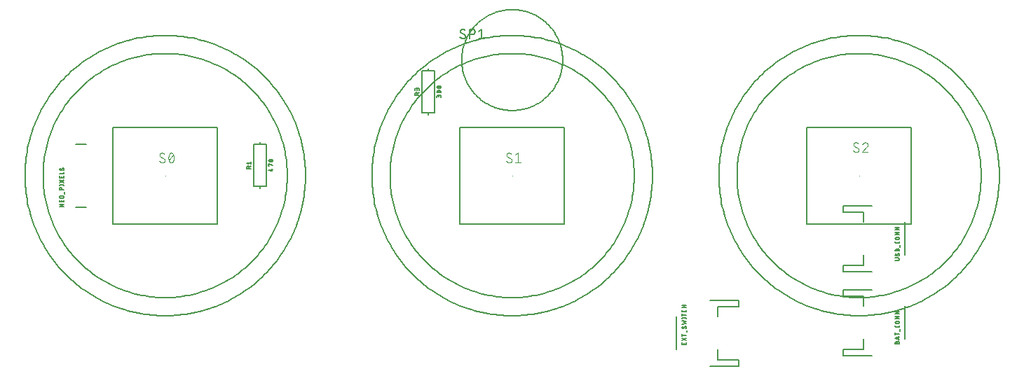
<source format=gto>
G75*
%MOIN*%
%OFA0B0*%
%FSLAX25Y25*%
%IPPOS*%
%LPD*%
%AMOC8*
5,1,8,0,0,1.08239X$1,22.5*
%
%ADD10C,0.00500*%
%ADD11C,0.00098*%
%ADD12C,0.00400*%
%ADD13C,0.00800*%
%ADD14C,0.00600*%
D10*
X0043074Y0073861D02*
X0043074Y0119727D01*
X0092877Y0119727D01*
X0092877Y0073861D01*
X0043074Y0073861D01*
X0019730Y0082050D02*
X0017830Y0082050D01*
X0019730Y0083106D01*
X0017830Y0083106D01*
X0017830Y0084362D02*
X0017830Y0085206D01*
X0017830Y0084362D02*
X0019730Y0084362D01*
X0019730Y0085206D01*
X0018674Y0084995D02*
X0018674Y0084362D01*
X0018358Y0086154D02*
X0019202Y0086154D01*
X0019247Y0086156D01*
X0019291Y0086162D01*
X0019335Y0086171D01*
X0019378Y0086184D01*
X0019419Y0086201D01*
X0019460Y0086221D01*
X0019498Y0086245D01*
X0019534Y0086271D01*
X0019567Y0086301D01*
X0019598Y0086333D01*
X0019627Y0086368D01*
X0019652Y0086405D01*
X0019673Y0086444D01*
X0019692Y0086485D01*
X0019707Y0086527D01*
X0019718Y0086571D01*
X0019726Y0086615D01*
X0019730Y0086660D01*
X0019730Y0086704D01*
X0019726Y0086749D01*
X0019718Y0086793D01*
X0019707Y0086837D01*
X0019692Y0086879D01*
X0019673Y0086920D01*
X0019652Y0086959D01*
X0019627Y0086996D01*
X0019598Y0087031D01*
X0019567Y0087063D01*
X0019534Y0087093D01*
X0019498Y0087119D01*
X0019460Y0087143D01*
X0019419Y0087163D01*
X0019378Y0087180D01*
X0019335Y0087193D01*
X0019291Y0087202D01*
X0019247Y0087208D01*
X0019202Y0087210D01*
X0018358Y0087210D01*
X0018313Y0087208D01*
X0018269Y0087202D01*
X0018225Y0087193D01*
X0018182Y0087180D01*
X0018141Y0087163D01*
X0018100Y0087143D01*
X0018062Y0087119D01*
X0018026Y0087093D01*
X0017993Y0087063D01*
X0017962Y0087031D01*
X0017933Y0086996D01*
X0017908Y0086959D01*
X0017887Y0086920D01*
X0017868Y0086879D01*
X0017853Y0086837D01*
X0017842Y0086793D01*
X0017834Y0086749D01*
X0017830Y0086704D01*
X0017830Y0086660D01*
X0017834Y0086615D01*
X0017842Y0086571D01*
X0017853Y0086527D01*
X0017868Y0086485D01*
X0017887Y0086444D01*
X0017908Y0086405D01*
X0017933Y0086368D01*
X0017962Y0086333D01*
X0017993Y0086301D01*
X0018026Y0086271D01*
X0018062Y0086245D01*
X0018100Y0086221D01*
X0018141Y0086201D01*
X0018182Y0086184D01*
X0018225Y0086171D01*
X0018269Y0086162D01*
X0018313Y0086156D01*
X0018358Y0086154D01*
X0019941Y0088203D02*
X0019941Y0089048D01*
X0019730Y0090172D02*
X0017830Y0090172D01*
X0017830Y0090699D01*
X0017832Y0090744D01*
X0017838Y0090788D01*
X0017847Y0090832D01*
X0017860Y0090875D01*
X0017877Y0090916D01*
X0017897Y0090957D01*
X0017921Y0090995D01*
X0017947Y0091031D01*
X0017977Y0091064D01*
X0018009Y0091095D01*
X0018044Y0091124D01*
X0018081Y0091149D01*
X0018120Y0091170D01*
X0018161Y0091189D01*
X0018203Y0091204D01*
X0018247Y0091215D01*
X0018291Y0091223D01*
X0018336Y0091227D01*
X0018380Y0091227D01*
X0018425Y0091223D01*
X0018469Y0091215D01*
X0018513Y0091204D01*
X0018555Y0091189D01*
X0018596Y0091170D01*
X0018635Y0091149D01*
X0018672Y0091124D01*
X0018707Y0091095D01*
X0018739Y0091064D01*
X0018769Y0091031D01*
X0018795Y0090995D01*
X0018819Y0090957D01*
X0018839Y0090916D01*
X0018856Y0090875D01*
X0018869Y0090832D01*
X0018878Y0090788D01*
X0018884Y0090744D01*
X0018886Y0090699D01*
X0018886Y0090172D01*
X0019730Y0092087D02*
X0019730Y0092509D01*
X0019730Y0092298D02*
X0017830Y0092298D01*
X0017830Y0092087D02*
X0017830Y0092509D01*
X0017830Y0093392D02*
X0019730Y0094659D01*
X0019730Y0095738D02*
X0017830Y0095738D01*
X0017830Y0096582D01*
X0018674Y0096371D02*
X0018674Y0095738D01*
X0019730Y0095738D02*
X0019730Y0096582D01*
X0019730Y0097610D02*
X0017830Y0097610D01*
X0019730Y0097610D02*
X0019730Y0098454D01*
X0018938Y0100175D02*
X0018961Y0100209D01*
X0018986Y0100240D01*
X0019014Y0100269D01*
X0019045Y0100296D01*
X0019078Y0100319D01*
X0019113Y0100339D01*
X0019150Y0100356D01*
X0019188Y0100369D01*
X0019227Y0100378D01*
X0019268Y0100384D01*
X0019308Y0100386D01*
X0019308Y0100385D02*
X0019347Y0100383D01*
X0019386Y0100378D01*
X0019423Y0100369D01*
X0019460Y0100357D01*
X0019496Y0100341D01*
X0019530Y0100322D01*
X0019562Y0100300D01*
X0019592Y0100275D01*
X0019620Y0100247D01*
X0019645Y0100217D01*
X0019667Y0100185D01*
X0019686Y0100151D01*
X0019702Y0100115D01*
X0019714Y0100078D01*
X0019723Y0100041D01*
X0019728Y0100002D01*
X0019730Y0099963D01*
X0018938Y0100174D02*
X0018622Y0099594D01*
X0017830Y0099805D02*
X0017832Y0099856D01*
X0017837Y0099907D01*
X0017845Y0099957D01*
X0017856Y0100007D01*
X0017871Y0100055D01*
X0017888Y0100103D01*
X0017909Y0100150D01*
X0017933Y0100195D01*
X0017959Y0100238D01*
X0017988Y0100280D01*
X0018622Y0099593D02*
X0018599Y0099559D01*
X0018574Y0099528D01*
X0018546Y0099499D01*
X0018515Y0099472D01*
X0018482Y0099449D01*
X0018447Y0099429D01*
X0018410Y0099412D01*
X0018372Y0099399D01*
X0018333Y0099390D01*
X0018292Y0099384D01*
X0018252Y0099382D01*
X0018252Y0099383D02*
X0018213Y0099385D01*
X0018174Y0099390D01*
X0018137Y0099399D01*
X0018100Y0099411D01*
X0018064Y0099427D01*
X0018030Y0099446D01*
X0017998Y0099468D01*
X0017968Y0099493D01*
X0017940Y0099521D01*
X0017915Y0099551D01*
X0017893Y0099583D01*
X0017874Y0099617D01*
X0017858Y0099653D01*
X0017846Y0099690D01*
X0017837Y0099727D01*
X0017832Y0099766D01*
X0017830Y0099805D01*
X0019466Y0099330D02*
X0019506Y0099372D01*
X0019544Y0099418D01*
X0019578Y0099465D01*
X0019609Y0099515D01*
X0019637Y0099567D01*
X0019661Y0099620D01*
X0019682Y0099675D01*
X0019699Y0099731D01*
X0019713Y0099788D01*
X0019722Y0099846D01*
X0019728Y0099904D01*
X0019730Y0099963D01*
X0017830Y0094659D02*
X0019730Y0093392D01*
X0009910Y0096800D02*
X0009927Y0098225D01*
X0009980Y0099649D01*
X0010067Y0101072D01*
X0010190Y0102492D01*
X0010347Y0103908D01*
X0010539Y0105321D01*
X0010765Y0106728D01*
X0011026Y0108129D01*
X0011321Y0109523D01*
X0011650Y0110910D01*
X0012014Y0112288D01*
X0012410Y0113657D01*
X0012841Y0115015D01*
X0013305Y0116363D01*
X0013801Y0117699D01*
X0014330Y0119022D01*
X0014892Y0120332D01*
X0015485Y0121628D01*
X0016110Y0122909D01*
X0016767Y0124174D01*
X0017454Y0125423D01*
X0018172Y0126654D01*
X0018919Y0127867D01*
X0019697Y0129062D01*
X0020503Y0130237D01*
X0021338Y0131392D01*
X0022201Y0132526D01*
X0023091Y0133639D01*
X0024009Y0134730D01*
X0024953Y0135797D01*
X0025923Y0136842D01*
X0026918Y0137862D01*
X0027938Y0138857D01*
X0028983Y0139827D01*
X0030050Y0140771D01*
X0031141Y0141689D01*
X0032254Y0142579D01*
X0033388Y0143442D01*
X0034543Y0144277D01*
X0035718Y0145083D01*
X0036913Y0145861D01*
X0038126Y0146608D01*
X0039357Y0147326D01*
X0040606Y0148013D01*
X0041871Y0148670D01*
X0043152Y0149295D01*
X0044448Y0149888D01*
X0045758Y0150450D01*
X0047081Y0150979D01*
X0048417Y0151475D01*
X0049765Y0151939D01*
X0051123Y0152370D01*
X0052492Y0152766D01*
X0053870Y0153130D01*
X0055257Y0153459D01*
X0056651Y0153754D01*
X0058052Y0154015D01*
X0059459Y0154241D01*
X0060872Y0154433D01*
X0062288Y0154590D01*
X0063708Y0154713D01*
X0065131Y0154800D01*
X0066555Y0154853D01*
X0067980Y0154870D01*
X0069405Y0154853D01*
X0070829Y0154800D01*
X0072252Y0154713D01*
X0073672Y0154590D01*
X0075088Y0154433D01*
X0076501Y0154241D01*
X0077908Y0154015D01*
X0079309Y0153754D01*
X0080703Y0153459D01*
X0082090Y0153130D01*
X0083468Y0152766D01*
X0084837Y0152370D01*
X0086195Y0151939D01*
X0087543Y0151475D01*
X0088879Y0150979D01*
X0090202Y0150450D01*
X0091512Y0149888D01*
X0092808Y0149295D01*
X0094089Y0148670D01*
X0095354Y0148013D01*
X0096603Y0147326D01*
X0097834Y0146608D01*
X0099047Y0145861D01*
X0100242Y0145083D01*
X0101417Y0144277D01*
X0102572Y0143442D01*
X0103706Y0142579D01*
X0104819Y0141689D01*
X0105910Y0140771D01*
X0106977Y0139827D01*
X0108022Y0138857D01*
X0109042Y0137862D01*
X0110037Y0136842D01*
X0111007Y0135797D01*
X0111951Y0134730D01*
X0112869Y0133639D01*
X0113759Y0132526D01*
X0114622Y0131392D01*
X0115457Y0130237D01*
X0116263Y0129062D01*
X0117041Y0127867D01*
X0117788Y0126654D01*
X0118506Y0125423D01*
X0119193Y0124174D01*
X0119850Y0122909D01*
X0120475Y0121628D01*
X0121068Y0120332D01*
X0121630Y0119022D01*
X0122159Y0117699D01*
X0122655Y0116363D01*
X0123119Y0115015D01*
X0123550Y0113657D01*
X0123946Y0112288D01*
X0124310Y0110910D01*
X0124639Y0109523D01*
X0124934Y0108129D01*
X0125195Y0106728D01*
X0125421Y0105321D01*
X0125613Y0103908D01*
X0125770Y0102492D01*
X0125893Y0101072D01*
X0125980Y0099649D01*
X0126033Y0098225D01*
X0126050Y0096800D01*
X0126033Y0095375D01*
X0125980Y0093951D01*
X0125893Y0092528D01*
X0125770Y0091108D01*
X0125613Y0089692D01*
X0125421Y0088279D01*
X0125195Y0086872D01*
X0124934Y0085471D01*
X0124639Y0084077D01*
X0124310Y0082690D01*
X0123946Y0081312D01*
X0123550Y0079943D01*
X0123119Y0078585D01*
X0122655Y0077237D01*
X0122159Y0075901D01*
X0121630Y0074578D01*
X0121068Y0073268D01*
X0120475Y0071972D01*
X0119850Y0070691D01*
X0119193Y0069426D01*
X0118506Y0068177D01*
X0117788Y0066946D01*
X0117041Y0065733D01*
X0116263Y0064538D01*
X0115457Y0063363D01*
X0114622Y0062208D01*
X0113759Y0061074D01*
X0112869Y0059961D01*
X0111951Y0058870D01*
X0111007Y0057803D01*
X0110037Y0056758D01*
X0109042Y0055738D01*
X0108022Y0054743D01*
X0106977Y0053773D01*
X0105910Y0052829D01*
X0104819Y0051911D01*
X0103706Y0051021D01*
X0102572Y0050158D01*
X0101417Y0049323D01*
X0100242Y0048517D01*
X0099047Y0047739D01*
X0097834Y0046992D01*
X0096603Y0046274D01*
X0095354Y0045587D01*
X0094089Y0044930D01*
X0092808Y0044305D01*
X0091512Y0043712D01*
X0090202Y0043150D01*
X0088879Y0042621D01*
X0087543Y0042125D01*
X0086195Y0041661D01*
X0084837Y0041230D01*
X0083468Y0040834D01*
X0082090Y0040470D01*
X0080703Y0040141D01*
X0079309Y0039846D01*
X0077908Y0039585D01*
X0076501Y0039359D01*
X0075088Y0039167D01*
X0073672Y0039010D01*
X0072252Y0038887D01*
X0070829Y0038800D01*
X0069405Y0038747D01*
X0067980Y0038730D01*
X0066555Y0038747D01*
X0065131Y0038800D01*
X0063708Y0038887D01*
X0062288Y0039010D01*
X0060872Y0039167D01*
X0059459Y0039359D01*
X0058052Y0039585D01*
X0056651Y0039846D01*
X0055257Y0040141D01*
X0053870Y0040470D01*
X0052492Y0040834D01*
X0051123Y0041230D01*
X0049765Y0041661D01*
X0048417Y0042125D01*
X0047081Y0042621D01*
X0045758Y0043150D01*
X0044448Y0043712D01*
X0043152Y0044305D01*
X0041871Y0044930D01*
X0040606Y0045587D01*
X0039357Y0046274D01*
X0038126Y0046992D01*
X0036913Y0047739D01*
X0035718Y0048517D01*
X0034543Y0049323D01*
X0033388Y0050158D01*
X0032254Y0051021D01*
X0031141Y0051911D01*
X0030050Y0052829D01*
X0028983Y0053773D01*
X0027938Y0054743D01*
X0026918Y0055738D01*
X0025923Y0056758D01*
X0024953Y0057803D01*
X0024009Y0058870D01*
X0023091Y0059961D01*
X0022201Y0061074D01*
X0021338Y0062208D01*
X0020503Y0063363D01*
X0019697Y0064538D01*
X0018919Y0065733D01*
X0018172Y0066946D01*
X0017454Y0068177D01*
X0016767Y0069426D01*
X0016110Y0070691D01*
X0015485Y0071972D01*
X0014892Y0073268D01*
X0014330Y0074578D01*
X0013801Y0075901D01*
X0013305Y0077237D01*
X0012841Y0078585D01*
X0012410Y0079943D01*
X0012014Y0081312D01*
X0011650Y0082690D01*
X0011321Y0084077D01*
X0011026Y0085471D01*
X0010765Y0086872D01*
X0010539Y0088279D01*
X0010347Y0089692D01*
X0010190Y0091108D01*
X0010067Y0092528D01*
X0009980Y0093951D01*
X0009927Y0095375D01*
X0009910Y0096800D01*
X0001250Y0096800D02*
X0001270Y0098438D01*
X0001330Y0100074D01*
X0001431Y0101709D01*
X0001571Y0103341D01*
X0001752Y0104968D01*
X0001972Y0106591D01*
X0002232Y0108208D01*
X0002532Y0109818D01*
X0002871Y0111421D01*
X0003250Y0113014D01*
X0003667Y0114598D01*
X0004123Y0116171D01*
X0004618Y0117732D01*
X0005151Y0119281D01*
X0005721Y0120816D01*
X0006330Y0122336D01*
X0006975Y0123842D01*
X0007657Y0125331D01*
X0008375Y0126803D01*
X0009129Y0128256D01*
X0009919Y0129691D01*
X0010744Y0131106D01*
X0011603Y0132500D01*
X0012496Y0133873D01*
X0013423Y0135224D01*
X0014382Y0136551D01*
X0015374Y0137854D01*
X0016397Y0139133D01*
X0017451Y0140386D01*
X0018536Y0141613D01*
X0019651Y0142813D01*
X0020795Y0143985D01*
X0021967Y0145129D01*
X0023167Y0146244D01*
X0024394Y0147329D01*
X0025647Y0148383D01*
X0026926Y0149406D01*
X0028229Y0150398D01*
X0029556Y0151357D01*
X0030907Y0152284D01*
X0032280Y0153177D01*
X0033674Y0154036D01*
X0035089Y0154861D01*
X0036524Y0155651D01*
X0037977Y0156405D01*
X0039449Y0157123D01*
X0040938Y0157805D01*
X0042444Y0158450D01*
X0043964Y0159059D01*
X0045499Y0159629D01*
X0047048Y0160162D01*
X0048609Y0160657D01*
X0050182Y0161113D01*
X0051766Y0161530D01*
X0053359Y0161909D01*
X0054962Y0162248D01*
X0056572Y0162548D01*
X0058189Y0162808D01*
X0059812Y0163028D01*
X0061439Y0163209D01*
X0063071Y0163349D01*
X0064706Y0163450D01*
X0066342Y0163510D01*
X0067980Y0163530D01*
X0069618Y0163510D01*
X0071254Y0163450D01*
X0072889Y0163349D01*
X0074521Y0163209D01*
X0076148Y0163028D01*
X0077771Y0162808D01*
X0079388Y0162548D01*
X0080998Y0162248D01*
X0082601Y0161909D01*
X0084194Y0161530D01*
X0085778Y0161113D01*
X0087351Y0160657D01*
X0088912Y0160162D01*
X0090461Y0159629D01*
X0091996Y0159059D01*
X0093516Y0158450D01*
X0095022Y0157805D01*
X0096511Y0157123D01*
X0097983Y0156405D01*
X0099436Y0155651D01*
X0100871Y0154861D01*
X0102286Y0154036D01*
X0103680Y0153177D01*
X0105053Y0152284D01*
X0106404Y0151357D01*
X0107731Y0150398D01*
X0109034Y0149406D01*
X0110313Y0148383D01*
X0111566Y0147329D01*
X0112793Y0146244D01*
X0113993Y0145129D01*
X0115165Y0143985D01*
X0116309Y0142813D01*
X0117424Y0141613D01*
X0118509Y0140386D01*
X0119563Y0139133D01*
X0120586Y0137854D01*
X0121578Y0136551D01*
X0122537Y0135224D01*
X0123464Y0133873D01*
X0124357Y0132500D01*
X0125216Y0131106D01*
X0126041Y0129691D01*
X0126831Y0128256D01*
X0127585Y0126803D01*
X0128303Y0125331D01*
X0128985Y0123842D01*
X0129630Y0122336D01*
X0130239Y0120816D01*
X0130809Y0119281D01*
X0131342Y0117732D01*
X0131837Y0116171D01*
X0132293Y0114598D01*
X0132710Y0113014D01*
X0133089Y0111421D01*
X0133428Y0109818D01*
X0133728Y0108208D01*
X0133988Y0106591D01*
X0134208Y0104968D01*
X0134389Y0103341D01*
X0134529Y0101709D01*
X0134630Y0100074D01*
X0134690Y0098438D01*
X0134710Y0096800D01*
X0134690Y0095162D01*
X0134630Y0093526D01*
X0134529Y0091891D01*
X0134389Y0090259D01*
X0134208Y0088632D01*
X0133988Y0087009D01*
X0133728Y0085392D01*
X0133428Y0083782D01*
X0133089Y0082179D01*
X0132710Y0080586D01*
X0132293Y0079002D01*
X0131837Y0077429D01*
X0131342Y0075868D01*
X0130809Y0074319D01*
X0130239Y0072784D01*
X0129630Y0071264D01*
X0128985Y0069758D01*
X0128303Y0068269D01*
X0127585Y0066797D01*
X0126831Y0065344D01*
X0126041Y0063909D01*
X0125216Y0062494D01*
X0124357Y0061100D01*
X0123464Y0059727D01*
X0122537Y0058376D01*
X0121578Y0057049D01*
X0120586Y0055746D01*
X0119563Y0054467D01*
X0118509Y0053214D01*
X0117424Y0051987D01*
X0116309Y0050787D01*
X0115165Y0049615D01*
X0113993Y0048471D01*
X0112793Y0047356D01*
X0111566Y0046271D01*
X0110313Y0045217D01*
X0109034Y0044194D01*
X0107731Y0043202D01*
X0106404Y0042243D01*
X0105053Y0041316D01*
X0103680Y0040423D01*
X0102286Y0039564D01*
X0100871Y0038739D01*
X0099436Y0037949D01*
X0097983Y0037195D01*
X0096511Y0036477D01*
X0095022Y0035795D01*
X0093516Y0035150D01*
X0091996Y0034541D01*
X0090461Y0033971D01*
X0088912Y0033438D01*
X0087351Y0032943D01*
X0085778Y0032487D01*
X0084194Y0032070D01*
X0082601Y0031691D01*
X0080998Y0031352D01*
X0079388Y0031052D01*
X0077771Y0030792D01*
X0076148Y0030572D01*
X0074521Y0030391D01*
X0072889Y0030251D01*
X0071254Y0030150D01*
X0069618Y0030090D01*
X0067980Y0030070D01*
X0066342Y0030090D01*
X0064706Y0030150D01*
X0063071Y0030251D01*
X0061439Y0030391D01*
X0059812Y0030572D01*
X0058189Y0030792D01*
X0056572Y0031052D01*
X0054962Y0031352D01*
X0053359Y0031691D01*
X0051766Y0032070D01*
X0050182Y0032487D01*
X0048609Y0032943D01*
X0047048Y0033438D01*
X0045499Y0033971D01*
X0043964Y0034541D01*
X0042444Y0035150D01*
X0040938Y0035795D01*
X0039449Y0036477D01*
X0037977Y0037195D01*
X0036524Y0037949D01*
X0035089Y0038739D01*
X0033674Y0039564D01*
X0032280Y0040423D01*
X0030907Y0041316D01*
X0029556Y0042243D01*
X0028229Y0043202D01*
X0026926Y0044194D01*
X0025647Y0045217D01*
X0024394Y0046271D01*
X0023167Y0047356D01*
X0021967Y0048471D01*
X0020795Y0049615D01*
X0019651Y0050787D01*
X0018536Y0051987D01*
X0017451Y0053214D01*
X0016397Y0054467D01*
X0015374Y0055746D01*
X0014382Y0057049D01*
X0013423Y0058376D01*
X0012496Y0059727D01*
X0011603Y0061100D01*
X0010744Y0062494D01*
X0009919Y0063909D01*
X0009129Y0065344D01*
X0008375Y0066797D01*
X0007657Y0068269D01*
X0006975Y0069758D01*
X0006330Y0071264D01*
X0005721Y0072784D01*
X0005151Y0074319D01*
X0004618Y0075868D01*
X0004123Y0077429D01*
X0003667Y0079002D01*
X0003250Y0080586D01*
X0002871Y0082179D01*
X0002532Y0083782D01*
X0002232Y0085392D01*
X0001972Y0087009D01*
X0001752Y0088632D01*
X0001571Y0090259D01*
X0001431Y0091891D01*
X0001330Y0093526D01*
X0001270Y0095162D01*
X0001250Y0096800D01*
X0106830Y0100205D02*
X0106830Y0100733D01*
X0106832Y0100778D01*
X0106838Y0100822D01*
X0106847Y0100866D01*
X0106860Y0100909D01*
X0106877Y0100950D01*
X0106897Y0100991D01*
X0106921Y0101029D01*
X0106947Y0101065D01*
X0106977Y0101098D01*
X0107009Y0101129D01*
X0107044Y0101158D01*
X0107081Y0101183D01*
X0107120Y0101204D01*
X0107161Y0101223D01*
X0107203Y0101238D01*
X0107247Y0101249D01*
X0107291Y0101257D01*
X0107336Y0101261D01*
X0107380Y0101261D01*
X0107425Y0101257D01*
X0107469Y0101249D01*
X0107513Y0101238D01*
X0107555Y0101223D01*
X0107596Y0101204D01*
X0107635Y0101183D01*
X0107672Y0101158D01*
X0107707Y0101129D01*
X0107739Y0101098D01*
X0107769Y0101065D01*
X0107795Y0101029D01*
X0107819Y0100991D01*
X0107839Y0100950D01*
X0107856Y0100909D01*
X0107869Y0100866D01*
X0107878Y0100822D01*
X0107884Y0100778D01*
X0107886Y0100733D01*
X0107886Y0100205D01*
X0107886Y0100838D02*
X0108730Y0101260D01*
X0108730Y0100205D02*
X0106830Y0100205D01*
X0107252Y0102340D02*
X0106830Y0102867D01*
X0108730Y0102867D01*
X0108730Y0102340D02*
X0108730Y0103395D01*
X0117230Y0102328D02*
X0119130Y0101800D01*
X0118866Y0104330D02*
X0118802Y0104359D01*
X0118736Y0104386D01*
X0118669Y0104410D01*
X0118601Y0104430D01*
X0118532Y0104448D01*
X0118463Y0104462D01*
X0118392Y0104474D01*
X0118322Y0104482D01*
X0118251Y0104486D01*
X0118180Y0104488D01*
X0118180Y0103432D02*
X0118109Y0103434D01*
X0118038Y0103438D01*
X0117968Y0103446D01*
X0117897Y0103458D01*
X0117828Y0103472D01*
X0117759Y0103490D01*
X0117691Y0103510D01*
X0117624Y0103534D01*
X0117558Y0103561D01*
X0117494Y0103590D01*
X0117230Y0103960D02*
X0117232Y0103997D01*
X0117237Y0104034D01*
X0117246Y0104070D01*
X0117258Y0104106D01*
X0117274Y0104140D01*
X0117292Y0104172D01*
X0117314Y0104202D01*
X0117339Y0104230D01*
X0117366Y0104256D01*
X0117395Y0104279D01*
X0117426Y0104299D01*
X0117460Y0104316D01*
X0117494Y0104330D01*
X0117652Y0104382D02*
X0118708Y0103538D01*
X0119130Y0103960D02*
X0119128Y0103997D01*
X0119123Y0104034D01*
X0119114Y0104070D01*
X0119102Y0104106D01*
X0119086Y0104140D01*
X0119068Y0104172D01*
X0119046Y0104202D01*
X0119022Y0104230D01*
X0118994Y0104256D01*
X0118965Y0104279D01*
X0118934Y0104299D01*
X0118900Y0104316D01*
X0118866Y0104330D01*
X0119130Y0103960D02*
X0119128Y0103923D01*
X0119123Y0103886D01*
X0119114Y0103850D01*
X0119102Y0103814D01*
X0119086Y0103780D01*
X0119068Y0103748D01*
X0119046Y0103718D01*
X0119022Y0103690D01*
X0118994Y0103664D01*
X0118965Y0103641D01*
X0118934Y0103621D01*
X0118900Y0103604D01*
X0118866Y0103590D01*
X0118180Y0104488D02*
X0118109Y0104486D01*
X0118038Y0104482D01*
X0117968Y0104474D01*
X0117897Y0104462D01*
X0117828Y0104448D01*
X0117759Y0104430D01*
X0117691Y0104410D01*
X0117624Y0104386D01*
X0117558Y0104359D01*
X0117494Y0104330D01*
X0117230Y0103960D02*
X0117232Y0103923D01*
X0117237Y0103886D01*
X0117246Y0103850D01*
X0117258Y0103814D01*
X0117274Y0103780D01*
X0117292Y0103748D01*
X0117314Y0103718D01*
X0117339Y0103690D01*
X0117366Y0103664D01*
X0117395Y0103641D01*
X0117426Y0103621D01*
X0117460Y0103604D01*
X0117494Y0103590D01*
X0117230Y0102328D02*
X0117230Y0101272D01*
X0117441Y0101272D01*
X0118286Y0099851D02*
X0119130Y0099851D01*
X0118708Y0100168D02*
X0118708Y0099112D01*
X0117230Y0099534D01*
X0118180Y0103432D02*
X0118251Y0103434D01*
X0118322Y0103438D01*
X0118392Y0103446D01*
X0118463Y0103458D01*
X0118532Y0103472D01*
X0118601Y0103490D01*
X0118669Y0103510D01*
X0118736Y0103534D01*
X0118802Y0103561D01*
X0118866Y0103590D01*
X0197230Y0134112D02*
X0197230Y0134746D01*
X0197232Y0134786D01*
X0197238Y0134826D01*
X0197247Y0134865D01*
X0197260Y0134903D01*
X0197277Y0134939D01*
X0197297Y0134974D01*
X0197320Y0135007D01*
X0197347Y0135037D01*
X0197376Y0135065D01*
X0197407Y0135090D01*
X0197441Y0135111D01*
X0197477Y0135130D01*
X0197514Y0135145D01*
X0197553Y0135156D01*
X0197592Y0135164D01*
X0197632Y0135168D01*
X0197672Y0135168D01*
X0197712Y0135164D01*
X0197751Y0135156D01*
X0197790Y0135145D01*
X0197827Y0135130D01*
X0197863Y0135111D01*
X0197897Y0135090D01*
X0197928Y0135065D01*
X0197957Y0135037D01*
X0197984Y0135007D01*
X0198007Y0134974D01*
X0198027Y0134939D01*
X0198044Y0134903D01*
X0198057Y0134865D01*
X0198066Y0134826D01*
X0198072Y0134786D01*
X0198074Y0134746D01*
X0198074Y0134323D01*
X0198074Y0134640D02*
X0198076Y0134685D01*
X0198082Y0134729D01*
X0198091Y0134773D01*
X0198104Y0134816D01*
X0198121Y0134857D01*
X0198141Y0134898D01*
X0198165Y0134936D01*
X0198191Y0134972D01*
X0198221Y0135005D01*
X0198253Y0135036D01*
X0198288Y0135065D01*
X0198325Y0135090D01*
X0198364Y0135111D01*
X0198405Y0135130D01*
X0198447Y0135145D01*
X0198491Y0135156D01*
X0198535Y0135164D01*
X0198580Y0135168D01*
X0198624Y0135168D01*
X0198669Y0135164D01*
X0198713Y0135156D01*
X0198757Y0135145D01*
X0198799Y0135130D01*
X0198840Y0135111D01*
X0198879Y0135090D01*
X0198916Y0135065D01*
X0198951Y0135036D01*
X0198983Y0135005D01*
X0199013Y0134972D01*
X0199039Y0134936D01*
X0199063Y0134898D01*
X0199083Y0134857D01*
X0199100Y0134816D01*
X0199113Y0134773D01*
X0199122Y0134729D01*
X0199128Y0134685D01*
X0199130Y0134640D01*
X0199130Y0134112D01*
X0198866Y0137170D02*
X0198802Y0137199D01*
X0198736Y0137226D01*
X0198669Y0137250D01*
X0198601Y0137270D01*
X0198532Y0137288D01*
X0198463Y0137302D01*
X0198392Y0137314D01*
X0198322Y0137322D01*
X0198251Y0137326D01*
X0198180Y0137328D01*
X0198180Y0136272D02*
X0198109Y0136274D01*
X0198038Y0136278D01*
X0197968Y0136286D01*
X0197897Y0136298D01*
X0197828Y0136312D01*
X0197759Y0136330D01*
X0197691Y0136350D01*
X0197624Y0136374D01*
X0197558Y0136401D01*
X0197494Y0136430D01*
X0197230Y0136800D02*
X0197232Y0136837D01*
X0197237Y0136874D01*
X0197246Y0136910D01*
X0197258Y0136946D01*
X0197274Y0136980D01*
X0197292Y0137012D01*
X0197314Y0137042D01*
X0197339Y0137070D01*
X0197366Y0137096D01*
X0197395Y0137119D01*
X0197426Y0137139D01*
X0197460Y0137156D01*
X0197494Y0137170D01*
X0197652Y0137222D02*
X0198708Y0136378D01*
X0199130Y0136800D02*
X0199128Y0136837D01*
X0199123Y0136874D01*
X0199114Y0136910D01*
X0199102Y0136946D01*
X0199086Y0136980D01*
X0199068Y0137012D01*
X0199046Y0137042D01*
X0199022Y0137070D01*
X0198994Y0137096D01*
X0198965Y0137119D01*
X0198934Y0137139D01*
X0198900Y0137156D01*
X0198866Y0137170D01*
X0199130Y0136800D02*
X0199128Y0136763D01*
X0199123Y0136726D01*
X0199114Y0136690D01*
X0199102Y0136654D01*
X0199086Y0136620D01*
X0199068Y0136588D01*
X0199046Y0136558D01*
X0199022Y0136530D01*
X0198994Y0136504D01*
X0198965Y0136481D01*
X0198934Y0136461D01*
X0198900Y0136444D01*
X0198866Y0136430D01*
X0198180Y0137328D02*
X0198109Y0137326D01*
X0198038Y0137322D01*
X0197968Y0137314D01*
X0197897Y0137302D01*
X0197828Y0137288D01*
X0197759Y0137270D01*
X0197691Y0137250D01*
X0197624Y0137226D01*
X0197558Y0137199D01*
X0197494Y0137170D01*
X0197230Y0136800D02*
X0197232Y0136763D01*
X0197237Y0136726D01*
X0197246Y0136690D01*
X0197258Y0136654D01*
X0197274Y0136620D01*
X0197292Y0136588D01*
X0197314Y0136558D01*
X0197339Y0136530D01*
X0197366Y0136504D01*
X0197395Y0136481D01*
X0197426Y0136461D01*
X0197460Y0136444D01*
X0197494Y0136430D01*
X0198180Y0136272D02*
X0198251Y0136274D01*
X0198322Y0136278D01*
X0198392Y0136286D01*
X0198463Y0136298D01*
X0198532Y0136312D01*
X0198601Y0136330D01*
X0198669Y0136350D01*
X0198736Y0136374D01*
X0198802Y0136401D01*
X0198866Y0136430D01*
X0198866Y0139330D02*
X0198802Y0139359D01*
X0198736Y0139386D01*
X0198669Y0139410D01*
X0198601Y0139430D01*
X0198532Y0139448D01*
X0198463Y0139462D01*
X0198392Y0139474D01*
X0198322Y0139482D01*
X0198251Y0139486D01*
X0198180Y0139488D01*
X0198180Y0138432D02*
X0198109Y0138434D01*
X0198038Y0138438D01*
X0197968Y0138446D01*
X0197897Y0138458D01*
X0197828Y0138472D01*
X0197759Y0138490D01*
X0197691Y0138510D01*
X0197624Y0138534D01*
X0197558Y0138561D01*
X0197494Y0138590D01*
X0197230Y0138960D02*
X0197232Y0138997D01*
X0197237Y0139034D01*
X0197246Y0139070D01*
X0197258Y0139106D01*
X0197274Y0139140D01*
X0197292Y0139172D01*
X0197314Y0139202D01*
X0197339Y0139230D01*
X0197366Y0139256D01*
X0197395Y0139279D01*
X0197426Y0139299D01*
X0197460Y0139316D01*
X0197494Y0139330D01*
X0197652Y0139382D02*
X0198708Y0138538D01*
X0199130Y0138960D02*
X0199128Y0138997D01*
X0199123Y0139034D01*
X0199114Y0139070D01*
X0199102Y0139106D01*
X0199086Y0139140D01*
X0199068Y0139172D01*
X0199046Y0139202D01*
X0199022Y0139230D01*
X0198994Y0139256D01*
X0198965Y0139279D01*
X0198934Y0139299D01*
X0198900Y0139316D01*
X0198866Y0139330D01*
X0199130Y0138960D02*
X0199128Y0138923D01*
X0199123Y0138886D01*
X0199114Y0138850D01*
X0199102Y0138814D01*
X0199086Y0138780D01*
X0199068Y0138748D01*
X0199046Y0138718D01*
X0199022Y0138690D01*
X0198994Y0138664D01*
X0198965Y0138641D01*
X0198934Y0138621D01*
X0198900Y0138604D01*
X0198866Y0138590D01*
X0198180Y0139488D02*
X0198109Y0139486D01*
X0198038Y0139482D01*
X0197968Y0139474D01*
X0197897Y0139462D01*
X0197828Y0139448D01*
X0197759Y0139430D01*
X0197691Y0139410D01*
X0197624Y0139386D01*
X0197558Y0139359D01*
X0197494Y0139330D01*
X0197230Y0138960D02*
X0197232Y0138923D01*
X0197237Y0138886D01*
X0197246Y0138850D01*
X0197258Y0138814D01*
X0197274Y0138780D01*
X0197292Y0138748D01*
X0197314Y0138718D01*
X0197339Y0138690D01*
X0197366Y0138664D01*
X0197395Y0138641D01*
X0197426Y0138621D01*
X0197460Y0138604D01*
X0197494Y0138590D01*
X0198180Y0138432D02*
X0198251Y0138434D01*
X0198322Y0138438D01*
X0198392Y0138446D01*
X0198463Y0138458D01*
X0198532Y0138472D01*
X0198601Y0138490D01*
X0198669Y0138510D01*
X0198736Y0138534D01*
X0198802Y0138561D01*
X0198866Y0138590D01*
X0188730Y0137867D02*
X0188730Y0137340D01*
X0188730Y0137867D02*
X0188728Y0137912D01*
X0188722Y0137956D01*
X0188713Y0138000D01*
X0188700Y0138043D01*
X0188683Y0138084D01*
X0188663Y0138125D01*
X0188639Y0138163D01*
X0188613Y0138199D01*
X0188583Y0138232D01*
X0188551Y0138263D01*
X0188516Y0138292D01*
X0188479Y0138317D01*
X0188440Y0138338D01*
X0188399Y0138357D01*
X0188357Y0138372D01*
X0188313Y0138383D01*
X0188269Y0138391D01*
X0188224Y0138395D01*
X0188180Y0138395D01*
X0188135Y0138391D01*
X0188091Y0138383D01*
X0188047Y0138372D01*
X0188005Y0138357D01*
X0187964Y0138338D01*
X0187925Y0138317D01*
X0187888Y0138292D01*
X0187853Y0138263D01*
X0187821Y0138232D01*
X0187791Y0138199D01*
X0187765Y0138163D01*
X0187741Y0138125D01*
X0187721Y0138084D01*
X0187704Y0138043D01*
X0187691Y0138000D01*
X0187682Y0137956D01*
X0187676Y0137912D01*
X0187674Y0137867D01*
X0187674Y0137973D02*
X0187674Y0137551D01*
X0187674Y0137973D02*
X0187672Y0138013D01*
X0187666Y0138053D01*
X0187657Y0138092D01*
X0187644Y0138130D01*
X0187627Y0138166D01*
X0187607Y0138201D01*
X0187584Y0138234D01*
X0187557Y0138264D01*
X0187528Y0138292D01*
X0187497Y0138317D01*
X0187463Y0138338D01*
X0187427Y0138357D01*
X0187390Y0138372D01*
X0187351Y0138383D01*
X0187312Y0138391D01*
X0187272Y0138395D01*
X0187232Y0138395D01*
X0187192Y0138391D01*
X0187153Y0138383D01*
X0187114Y0138372D01*
X0187077Y0138357D01*
X0187041Y0138338D01*
X0187007Y0138317D01*
X0186976Y0138292D01*
X0186947Y0138264D01*
X0186920Y0138234D01*
X0186897Y0138201D01*
X0186877Y0138166D01*
X0186860Y0138130D01*
X0186847Y0138092D01*
X0186838Y0138053D01*
X0186832Y0138013D01*
X0186830Y0137973D01*
X0186830Y0137340D01*
X0186830Y0135733D02*
X0186830Y0135205D01*
X0188730Y0135205D01*
X0187886Y0135205D02*
X0187886Y0135733D01*
X0187886Y0135838D02*
X0188730Y0136260D01*
X0187886Y0135733D02*
X0187884Y0135778D01*
X0187878Y0135822D01*
X0187869Y0135866D01*
X0187856Y0135909D01*
X0187839Y0135950D01*
X0187819Y0135991D01*
X0187795Y0136029D01*
X0187769Y0136065D01*
X0187739Y0136098D01*
X0187707Y0136129D01*
X0187672Y0136158D01*
X0187635Y0136183D01*
X0187596Y0136204D01*
X0187555Y0136223D01*
X0187513Y0136238D01*
X0187469Y0136249D01*
X0187425Y0136257D01*
X0187380Y0136261D01*
X0187336Y0136261D01*
X0187291Y0136257D01*
X0187247Y0136249D01*
X0187203Y0136238D01*
X0187161Y0136223D01*
X0187120Y0136204D01*
X0187081Y0136183D01*
X0187044Y0136158D01*
X0187009Y0136129D01*
X0186977Y0136098D01*
X0186947Y0136065D01*
X0186921Y0136029D01*
X0186897Y0135991D01*
X0186877Y0135950D01*
X0186860Y0135909D01*
X0186847Y0135866D01*
X0186838Y0135822D01*
X0186832Y0135778D01*
X0186830Y0135733D01*
X0208074Y0119727D02*
X0257877Y0119727D01*
X0257877Y0073861D01*
X0208074Y0073861D01*
X0208074Y0119727D01*
X0174910Y0096800D02*
X0174927Y0098225D01*
X0174980Y0099649D01*
X0175067Y0101072D01*
X0175190Y0102492D01*
X0175347Y0103908D01*
X0175539Y0105321D01*
X0175765Y0106728D01*
X0176026Y0108129D01*
X0176321Y0109523D01*
X0176650Y0110910D01*
X0177014Y0112288D01*
X0177410Y0113657D01*
X0177841Y0115015D01*
X0178305Y0116363D01*
X0178801Y0117699D01*
X0179330Y0119022D01*
X0179892Y0120332D01*
X0180485Y0121628D01*
X0181110Y0122909D01*
X0181767Y0124174D01*
X0182454Y0125423D01*
X0183172Y0126654D01*
X0183919Y0127867D01*
X0184697Y0129062D01*
X0185503Y0130237D01*
X0186338Y0131392D01*
X0187201Y0132526D01*
X0188091Y0133639D01*
X0189009Y0134730D01*
X0189953Y0135797D01*
X0190923Y0136842D01*
X0191918Y0137862D01*
X0192938Y0138857D01*
X0193983Y0139827D01*
X0195050Y0140771D01*
X0196141Y0141689D01*
X0197254Y0142579D01*
X0198388Y0143442D01*
X0199543Y0144277D01*
X0200718Y0145083D01*
X0201913Y0145861D01*
X0203126Y0146608D01*
X0204357Y0147326D01*
X0205606Y0148013D01*
X0206871Y0148670D01*
X0208152Y0149295D01*
X0209448Y0149888D01*
X0210758Y0150450D01*
X0212081Y0150979D01*
X0213417Y0151475D01*
X0214765Y0151939D01*
X0216123Y0152370D01*
X0217492Y0152766D01*
X0218870Y0153130D01*
X0220257Y0153459D01*
X0221651Y0153754D01*
X0223052Y0154015D01*
X0224459Y0154241D01*
X0225872Y0154433D01*
X0227288Y0154590D01*
X0228708Y0154713D01*
X0230131Y0154800D01*
X0231555Y0154853D01*
X0232980Y0154870D01*
X0234405Y0154853D01*
X0235829Y0154800D01*
X0237252Y0154713D01*
X0238672Y0154590D01*
X0240088Y0154433D01*
X0241501Y0154241D01*
X0242908Y0154015D01*
X0244309Y0153754D01*
X0245703Y0153459D01*
X0247090Y0153130D01*
X0248468Y0152766D01*
X0249837Y0152370D01*
X0251195Y0151939D01*
X0252543Y0151475D01*
X0253879Y0150979D01*
X0255202Y0150450D01*
X0256512Y0149888D01*
X0257808Y0149295D01*
X0259089Y0148670D01*
X0260354Y0148013D01*
X0261603Y0147326D01*
X0262834Y0146608D01*
X0264047Y0145861D01*
X0265242Y0145083D01*
X0266417Y0144277D01*
X0267572Y0143442D01*
X0268706Y0142579D01*
X0269819Y0141689D01*
X0270910Y0140771D01*
X0271977Y0139827D01*
X0273022Y0138857D01*
X0274042Y0137862D01*
X0275037Y0136842D01*
X0276007Y0135797D01*
X0276951Y0134730D01*
X0277869Y0133639D01*
X0278759Y0132526D01*
X0279622Y0131392D01*
X0280457Y0130237D01*
X0281263Y0129062D01*
X0282041Y0127867D01*
X0282788Y0126654D01*
X0283506Y0125423D01*
X0284193Y0124174D01*
X0284850Y0122909D01*
X0285475Y0121628D01*
X0286068Y0120332D01*
X0286630Y0119022D01*
X0287159Y0117699D01*
X0287655Y0116363D01*
X0288119Y0115015D01*
X0288550Y0113657D01*
X0288946Y0112288D01*
X0289310Y0110910D01*
X0289639Y0109523D01*
X0289934Y0108129D01*
X0290195Y0106728D01*
X0290421Y0105321D01*
X0290613Y0103908D01*
X0290770Y0102492D01*
X0290893Y0101072D01*
X0290980Y0099649D01*
X0291033Y0098225D01*
X0291050Y0096800D01*
X0291033Y0095375D01*
X0290980Y0093951D01*
X0290893Y0092528D01*
X0290770Y0091108D01*
X0290613Y0089692D01*
X0290421Y0088279D01*
X0290195Y0086872D01*
X0289934Y0085471D01*
X0289639Y0084077D01*
X0289310Y0082690D01*
X0288946Y0081312D01*
X0288550Y0079943D01*
X0288119Y0078585D01*
X0287655Y0077237D01*
X0287159Y0075901D01*
X0286630Y0074578D01*
X0286068Y0073268D01*
X0285475Y0071972D01*
X0284850Y0070691D01*
X0284193Y0069426D01*
X0283506Y0068177D01*
X0282788Y0066946D01*
X0282041Y0065733D01*
X0281263Y0064538D01*
X0280457Y0063363D01*
X0279622Y0062208D01*
X0278759Y0061074D01*
X0277869Y0059961D01*
X0276951Y0058870D01*
X0276007Y0057803D01*
X0275037Y0056758D01*
X0274042Y0055738D01*
X0273022Y0054743D01*
X0271977Y0053773D01*
X0270910Y0052829D01*
X0269819Y0051911D01*
X0268706Y0051021D01*
X0267572Y0050158D01*
X0266417Y0049323D01*
X0265242Y0048517D01*
X0264047Y0047739D01*
X0262834Y0046992D01*
X0261603Y0046274D01*
X0260354Y0045587D01*
X0259089Y0044930D01*
X0257808Y0044305D01*
X0256512Y0043712D01*
X0255202Y0043150D01*
X0253879Y0042621D01*
X0252543Y0042125D01*
X0251195Y0041661D01*
X0249837Y0041230D01*
X0248468Y0040834D01*
X0247090Y0040470D01*
X0245703Y0040141D01*
X0244309Y0039846D01*
X0242908Y0039585D01*
X0241501Y0039359D01*
X0240088Y0039167D01*
X0238672Y0039010D01*
X0237252Y0038887D01*
X0235829Y0038800D01*
X0234405Y0038747D01*
X0232980Y0038730D01*
X0231555Y0038747D01*
X0230131Y0038800D01*
X0228708Y0038887D01*
X0227288Y0039010D01*
X0225872Y0039167D01*
X0224459Y0039359D01*
X0223052Y0039585D01*
X0221651Y0039846D01*
X0220257Y0040141D01*
X0218870Y0040470D01*
X0217492Y0040834D01*
X0216123Y0041230D01*
X0214765Y0041661D01*
X0213417Y0042125D01*
X0212081Y0042621D01*
X0210758Y0043150D01*
X0209448Y0043712D01*
X0208152Y0044305D01*
X0206871Y0044930D01*
X0205606Y0045587D01*
X0204357Y0046274D01*
X0203126Y0046992D01*
X0201913Y0047739D01*
X0200718Y0048517D01*
X0199543Y0049323D01*
X0198388Y0050158D01*
X0197254Y0051021D01*
X0196141Y0051911D01*
X0195050Y0052829D01*
X0193983Y0053773D01*
X0192938Y0054743D01*
X0191918Y0055738D01*
X0190923Y0056758D01*
X0189953Y0057803D01*
X0189009Y0058870D01*
X0188091Y0059961D01*
X0187201Y0061074D01*
X0186338Y0062208D01*
X0185503Y0063363D01*
X0184697Y0064538D01*
X0183919Y0065733D01*
X0183172Y0066946D01*
X0182454Y0068177D01*
X0181767Y0069426D01*
X0181110Y0070691D01*
X0180485Y0071972D01*
X0179892Y0073268D01*
X0179330Y0074578D01*
X0178801Y0075901D01*
X0178305Y0077237D01*
X0177841Y0078585D01*
X0177410Y0079943D01*
X0177014Y0081312D01*
X0176650Y0082690D01*
X0176321Y0084077D01*
X0176026Y0085471D01*
X0175765Y0086872D01*
X0175539Y0088279D01*
X0175347Y0089692D01*
X0175190Y0091108D01*
X0175067Y0092528D01*
X0174980Y0093951D01*
X0174927Y0095375D01*
X0174910Y0096800D01*
X0166250Y0096800D02*
X0166270Y0098438D01*
X0166330Y0100074D01*
X0166431Y0101709D01*
X0166571Y0103341D01*
X0166752Y0104968D01*
X0166972Y0106591D01*
X0167232Y0108208D01*
X0167532Y0109818D01*
X0167871Y0111421D01*
X0168250Y0113014D01*
X0168667Y0114598D01*
X0169123Y0116171D01*
X0169618Y0117732D01*
X0170151Y0119281D01*
X0170721Y0120816D01*
X0171330Y0122336D01*
X0171975Y0123842D01*
X0172657Y0125331D01*
X0173375Y0126803D01*
X0174129Y0128256D01*
X0174919Y0129691D01*
X0175744Y0131106D01*
X0176603Y0132500D01*
X0177496Y0133873D01*
X0178423Y0135224D01*
X0179382Y0136551D01*
X0180374Y0137854D01*
X0181397Y0139133D01*
X0182451Y0140386D01*
X0183536Y0141613D01*
X0184651Y0142813D01*
X0185795Y0143985D01*
X0186967Y0145129D01*
X0188167Y0146244D01*
X0189394Y0147329D01*
X0190647Y0148383D01*
X0191926Y0149406D01*
X0193229Y0150398D01*
X0194556Y0151357D01*
X0195907Y0152284D01*
X0197280Y0153177D01*
X0198674Y0154036D01*
X0200089Y0154861D01*
X0201524Y0155651D01*
X0202977Y0156405D01*
X0204449Y0157123D01*
X0205938Y0157805D01*
X0207444Y0158450D01*
X0208964Y0159059D01*
X0210499Y0159629D01*
X0212048Y0160162D01*
X0213609Y0160657D01*
X0215182Y0161113D01*
X0216766Y0161530D01*
X0218359Y0161909D01*
X0219962Y0162248D01*
X0221572Y0162548D01*
X0223189Y0162808D01*
X0224812Y0163028D01*
X0226439Y0163209D01*
X0228071Y0163349D01*
X0229706Y0163450D01*
X0231342Y0163510D01*
X0232980Y0163530D01*
X0234618Y0163510D01*
X0236254Y0163450D01*
X0237889Y0163349D01*
X0239521Y0163209D01*
X0241148Y0163028D01*
X0242771Y0162808D01*
X0244388Y0162548D01*
X0245998Y0162248D01*
X0247601Y0161909D01*
X0249194Y0161530D01*
X0250778Y0161113D01*
X0252351Y0160657D01*
X0253912Y0160162D01*
X0255461Y0159629D01*
X0256996Y0159059D01*
X0258516Y0158450D01*
X0260022Y0157805D01*
X0261511Y0157123D01*
X0262983Y0156405D01*
X0264436Y0155651D01*
X0265871Y0154861D01*
X0267286Y0154036D01*
X0268680Y0153177D01*
X0270053Y0152284D01*
X0271404Y0151357D01*
X0272731Y0150398D01*
X0274034Y0149406D01*
X0275313Y0148383D01*
X0276566Y0147329D01*
X0277793Y0146244D01*
X0278993Y0145129D01*
X0280165Y0143985D01*
X0281309Y0142813D01*
X0282424Y0141613D01*
X0283509Y0140386D01*
X0284563Y0139133D01*
X0285586Y0137854D01*
X0286578Y0136551D01*
X0287537Y0135224D01*
X0288464Y0133873D01*
X0289357Y0132500D01*
X0290216Y0131106D01*
X0291041Y0129691D01*
X0291831Y0128256D01*
X0292585Y0126803D01*
X0293303Y0125331D01*
X0293985Y0123842D01*
X0294630Y0122336D01*
X0295239Y0120816D01*
X0295809Y0119281D01*
X0296342Y0117732D01*
X0296837Y0116171D01*
X0297293Y0114598D01*
X0297710Y0113014D01*
X0298089Y0111421D01*
X0298428Y0109818D01*
X0298728Y0108208D01*
X0298988Y0106591D01*
X0299208Y0104968D01*
X0299389Y0103341D01*
X0299529Y0101709D01*
X0299630Y0100074D01*
X0299690Y0098438D01*
X0299710Y0096800D01*
X0299690Y0095162D01*
X0299630Y0093526D01*
X0299529Y0091891D01*
X0299389Y0090259D01*
X0299208Y0088632D01*
X0298988Y0087009D01*
X0298728Y0085392D01*
X0298428Y0083782D01*
X0298089Y0082179D01*
X0297710Y0080586D01*
X0297293Y0079002D01*
X0296837Y0077429D01*
X0296342Y0075868D01*
X0295809Y0074319D01*
X0295239Y0072784D01*
X0294630Y0071264D01*
X0293985Y0069758D01*
X0293303Y0068269D01*
X0292585Y0066797D01*
X0291831Y0065344D01*
X0291041Y0063909D01*
X0290216Y0062494D01*
X0289357Y0061100D01*
X0288464Y0059727D01*
X0287537Y0058376D01*
X0286578Y0057049D01*
X0285586Y0055746D01*
X0284563Y0054467D01*
X0283509Y0053214D01*
X0282424Y0051987D01*
X0281309Y0050787D01*
X0280165Y0049615D01*
X0278993Y0048471D01*
X0277793Y0047356D01*
X0276566Y0046271D01*
X0275313Y0045217D01*
X0274034Y0044194D01*
X0272731Y0043202D01*
X0271404Y0042243D01*
X0270053Y0041316D01*
X0268680Y0040423D01*
X0267286Y0039564D01*
X0265871Y0038739D01*
X0264436Y0037949D01*
X0262983Y0037195D01*
X0261511Y0036477D01*
X0260022Y0035795D01*
X0258516Y0035150D01*
X0256996Y0034541D01*
X0255461Y0033971D01*
X0253912Y0033438D01*
X0252351Y0032943D01*
X0250778Y0032487D01*
X0249194Y0032070D01*
X0247601Y0031691D01*
X0245998Y0031352D01*
X0244388Y0031052D01*
X0242771Y0030792D01*
X0241148Y0030572D01*
X0239521Y0030391D01*
X0237889Y0030251D01*
X0236254Y0030150D01*
X0234618Y0030090D01*
X0232980Y0030070D01*
X0231342Y0030090D01*
X0229706Y0030150D01*
X0228071Y0030251D01*
X0226439Y0030391D01*
X0224812Y0030572D01*
X0223189Y0030792D01*
X0221572Y0031052D01*
X0219962Y0031352D01*
X0218359Y0031691D01*
X0216766Y0032070D01*
X0215182Y0032487D01*
X0213609Y0032943D01*
X0212048Y0033438D01*
X0210499Y0033971D01*
X0208964Y0034541D01*
X0207444Y0035150D01*
X0205938Y0035795D01*
X0204449Y0036477D01*
X0202977Y0037195D01*
X0201524Y0037949D01*
X0200089Y0038739D01*
X0198674Y0039564D01*
X0197280Y0040423D01*
X0195907Y0041316D01*
X0194556Y0042243D01*
X0193229Y0043202D01*
X0191926Y0044194D01*
X0190647Y0045217D01*
X0189394Y0046271D01*
X0188167Y0047356D01*
X0186967Y0048471D01*
X0185795Y0049615D01*
X0184651Y0050787D01*
X0183536Y0051987D01*
X0182451Y0053214D01*
X0181397Y0054467D01*
X0180374Y0055746D01*
X0179382Y0057049D01*
X0178423Y0058376D01*
X0177496Y0059727D01*
X0176603Y0061100D01*
X0175744Y0062494D01*
X0174919Y0063909D01*
X0174129Y0065344D01*
X0173375Y0066797D01*
X0172657Y0068269D01*
X0171975Y0069758D01*
X0171330Y0071264D01*
X0170721Y0072784D01*
X0170151Y0074319D01*
X0169618Y0075868D01*
X0169123Y0077429D01*
X0168667Y0079002D01*
X0168250Y0080586D01*
X0167871Y0082179D01*
X0167532Y0083782D01*
X0167232Y0085392D01*
X0166972Y0087009D01*
X0166752Y0088632D01*
X0166571Y0090259D01*
X0166431Y0091891D01*
X0166330Y0093526D01*
X0166270Y0095162D01*
X0166250Y0096800D01*
X0313830Y0034950D02*
X0315730Y0034950D01*
X0314674Y0034950D02*
X0314674Y0033894D01*
X0313830Y0033894D02*
X0315730Y0033894D01*
X0315730Y0032855D02*
X0315730Y0032433D01*
X0315728Y0032394D01*
X0315723Y0032355D01*
X0315714Y0032318D01*
X0315702Y0032281D01*
X0315686Y0032245D01*
X0315667Y0032211D01*
X0315645Y0032179D01*
X0315620Y0032149D01*
X0315592Y0032121D01*
X0315562Y0032096D01*
X0315530Y0032074D01*
X0315496Y0032055D01*
X0315460Y0032039D01*
X0315423Y0032027D01*
X0315386Y0032018D01*
X0315347Y0032013D01*
X0315308Y0032011D01*
X0314252Y0032011D01*
X0314213Y0032013D01*
X0314174Y0032018D01*
X0314137Y0032027D01*
X0314100Y0032039D01*
X0314064Y0032055D01*
X0314030Y0032074D01*
X0313998Y0032096D01*
X0313968Y0032121D01*
X0313940Y0032149D01*
X0313915Y0032179D01*
X0313893Y0032211D01*
X0313874Y0032245D01*
X0313859Y0032281D01*
X0313846Y0032317D01*
X0313837Y0032355D01*
X0313832Y0032394D01*
X0313830Y0032433D01*
X0313830Y0032855D01*
X0313830Y0031062D02*
X0313830Y0030006D01*
X0313830Y0030534D02*
X0315730Y0030534D01*
X0315730Y0029161D02*
X0315730Y0028739D01*
X0315730Y0028950D02*
X0313830Y0028950D01*
X0313830Y0028739D02*
X0313830Y0029161D01*
X0313830Y0027778D02*
X0315730Y0027356D01*
X0314463Y0026934D01*
X0315730Y0026512D01*
X0313830Y0026090D01*
X0314622Y0024294D02*
X0314599Y0024260D01*
X0314574Y0024229D01*
X0314546Y0024200D01*
X0314515Y0024173D01*
X0314482Y0024150D01*
X0314447Y0024130D01*
X0314410Y0024113D01*
X0314372Y0024100D01*
X0314333Y0024091D01*
X0314292Y0024085D01*
X0314252Y0024083D01*
X0314213Y0024085D01*
X0314174Y0024090D01*
X0314137Y0024099D01*
X0314100Y0024111D01*
X0314064Y0024127D01*
X0314030Y0024146D01*
X0313998Y0024168D01*
X0313968Y0024193D01*
X0313940Y0024221D01*
X0313915Y0024251D01*
X0313893Y0024283D01*
X0313874Y0024317D01*
X0313858Y0024353D01*
X0313846Y0024390D01*
X0313837Y0024427D01*
X0313832Y0024466D01*
X0313830Y0024505D01*
X0313832Y0024556D01*
X0313837Y0024607D01*
X0313845Y0024657D01*
X0313856Y0024707D01*
X0313871Y0024755D01*
X0313888Y0024803D01*
X0313909Y0024850D01*
X0313933Y0024895D01*
X0313959Y0024938D01*
X0313988Y0024980D01*
X0315466Y0024031D02*
X0315506Y0024073D01*
X0315544Y0024119D01*
X0315578Y0024166D01*
X0315609Y0024216D01*
X0315637Y0024268D01*
X0315661Y0024321D01*
X0315682Y0024376D01*
X0315699Y0024432D01*
X0315713Y0024489D01*
X0315722Y0024547D01*
X0315728Y0024605D01*
X0315730Y0024664D01*
X0315728Y0024703D01*
X0315723Y0024742D01*
X0315714Y0024779D01*
X0315702Y0024816D01*
X0315686Y0024852D01*
X0315667Y0024886D01*
X0315645Y0024918D01*
X0315620Y0024948D01*
X0315592Y0024976D01*
X0315562Y0025001D01*
X0315530Y0025023D01*
X0315496Y0025042D01*
X0315460Y0025058D01*
X0315423Y0025070D01*
X0315386Y0025079D01*
X0315347Y0025084D01*
X0315308Y0025086D01*
X0314938Y0024875D02*
X0314622Y0024294D01*
X0314938Y0024875D02*
X0314961Y0024909D01*
X0314986Y0024940D01*
X0315014Y0024969D01*
X0315045Y0024996D01*
X0315078Y0025019D01*
X0315113Y0025039D01*
X0315150Y0025056D01*
X0315188Y0025069D01*
X0315227Y0025078D01*
X0315268Y0025084D01*
X0315308Y0025086D01*
X0315941Y0023108D02*
X0315941Y0022264D01*
X0315730Y0020886D02*
X0313830Y0020886D01*
X0313830Y0020358D02*
X0313830Y0021414D01*
X0313830Y0019503D02*
X0315730Y0018237D01*
X0315730Y0017394D02*
X0315730Y0016550D01*
X0313830Y0016550D01*
X0313830Y0017394D01*
X0313830Y0018237D02*
X0315730Y0019503D01*
X0314674Y0017183D02*
X0314674Y0016550D01*
X0415230Y0016868D02*
X0415230Y0017396D01*
X0415232Y0017436D01*
X0415238Y0017476D01*
X0415247Y0017515D01*
X0415260Y0017553D01*
X0415277Y0017589D01*
X0415297Y0017624D01*
X0415320Y0017657D01*
X0415347Y0017687D01*
X0415376Y0017715D01*
X0415407Y0017740D01*
X0415441Y0017761D01*
X0415477Y0017780D01*
X0415514Y0017795D01*
X0415553Y0017806D01*
X0415592Y0017814D01*
X0415632Y0017818D01*
X0415672Y0017818D01*
X0415712Y0017814D01*
X0415751Y0017806D01*
X0415790Y0017795D01*
X0415827Y0017780D01*
X0415863Y0017761D01*
X0415897Y0017740D01*
X0415928Y0017715D01*
X0415957Y0017687D01*
X0415984Y0017657D01*
X0416007Y0017624D01*
X0416027Y0017589D01*
X0416044Y0017553D01*
X0416057Y0017515D01*
X0416066Y0017476D01*
X0416072Y0017436D01*
X0416074Y0017396D01*
X0416074Y0016868D01*
X0416074Y0017396D02*
X0416076Y0017441D01*
X0416082Y0017485D01*
X0416091Y0017529D01*
X0416104Y0017572D01*
X0416121Y0017613D01*
X0416141Y0017654D01*
X0416165Y0017692D01*
X0416191Y0017728D01*
X0416221Y0017761D01*
X0416253Y0017792D01*
X0416288Y0017821D01*
X0416325Y0017846D01*
X0416364Y0017867D01*
X0416405Y0017886D01*
X0416447Y0017901D01*
X0416491Y0017912D01*
X0416535Y0017920D01*
X0416580Y0017924D01*
X0416624Y0017924D01*
X0416669Y0017920D01*
X0416713Y0017912D01*
X0416757Y0017901D01*
X0416799Y0017886D01*
X0416840Y0017867D01*
X0416879Y0017846D01*
X0416916Y0017821D01*
X0416951Y0017792D01*
X0416983Y0017761D01*
X0417013Y0017728D01*
X0417039Y0017692D01*
X0417063Y0017654D01*
X0417083Y0017613D01*
X0417100Y0017572D01*
X0417113Y0017529D01*
X0417122Y0017485D01*
X0417128Y0017441D01*
X0417130Y0017396D01*
X0417130Y0016868D01*
X0415230Y0016868D01*
X0416655Y0018951D02*
X0416655Y0019901D01*
X0417130Y0020060D02*
X0415230Y0019426D01*
X0417130Y0018793D01*
X0415230Y0020915D02*
X0415230Y0021970D01*
X0415230Y0021442D02*
X0417130Y0021442D01*
X0417341Y0022820D02*
X0417341Y0023664D01*
X0416708Y0024647D02*
X0415652Y0024647D01*
X0415613Y0024649D01*
X0415574Y0024654D01*
X0415537Y0024663D01*
X0415500Y0024675D01*
X0415464Y0024691D01*
X0415430Y0024710D01*
X0415398Y0024732D01*
X0415368Y0024757D01*
X0415340Y0024785D01*
X0415315Y0024815D01*
X0415293Y0024847D01*
X0415274Y0024881D01*
X0415259Y0024917D01*
X0415246Y0024953D01*
X0415237Y0024991D01*
X0415232Y0025030D01*
X0415230Y0025069D01*
X0415230Y0025492D01*
X0415758Y0026458D02*
X0416602Y0026458D01*
X0416647Y0026460D01*
X0416691Y0026466D01*
X0416735Y0026475D01*
X0416778Y0026488D01*
X0416819Y0026505D01*
X0416860Y0026525D01*
X0416898Y0026549D01*
X0416934Y0026575D01*
X0416967Y0026605D01*
X0416998Y0026637D01*
X0417027Y0026672D01*
X0417052Y0026709D01*
X0417073Y0026748D01*
X0417092Y0026789D01*
X0417107Y0026831D01*
X0417118Y0026875D01*
X0417126Y0026919D01*
X0417130Y0026964D01*
X0417130Y0027008D01*
X0417126Y0027053D01*
X0417118Y0027097D01*
X0417107Y0027141D01*
X0417092Y0027183D01*
X0417073Y0027224D01*
X0417052Y0027263D01*
X0417027Y0027300D01*
X0416998Y0027335D01*
X0416967Y0027367D01*
X0416934Y0027397D01*
X0416898Y0027423D01*
X0416860Y0027447D01*
X0416819Y0027467D01*
X0416778Y0027484D01*
X0416735Y0027497D01*
X0416691Y0027506D01*
X0416647Y0027512D01*
X0416602Y0027514D01*
X0415758Y0027514D01*
X0415713Y0027512D01*
X0415669Y0027506D01*
X0415625Y0027497D01*
X0415582Y0027484D01*
X0415541Y0027467D01*
X0415500Y0027447D01*
X0415462Y0027423D01*
X0415426Y0027397D01*
X0415393Y0027367D01*
X0415362Y0027335D01*
X0415333Y0027300D01*
X0415308Y0027263D01*
X0415287Y0027224D01*
X0415268Y0027183D01*
X0415253Y0027141D01*
X0415242Y0027097D01*
X0415234Y0027053D01*
X0415230Y0027008D01*
X0415230Y0026964D01*
X0415234Y0026919D01*
X0415242Y0026875D01*
X0415253Y0026831D01*
X0415268Y0026789D01*
X0415287Y0026748D01*
X0415308Y0026709D01*
X0415333Y0026672D01*
X0415362Y0026637D01*
X0415393Y0026605D01*
X0415426Y0026575D01*
X0415462Y0026549D01*
X0415500Y0026525D01*
X0415541Y0026505D01*
X0415582Y0026488D01*
X0415625Y0026475D01*
X0415669Y0026466D01*
X0415713Y0026460D01*
X0415758Y0026458D01*
X0417130Y0025492D02*
X0417130Y0025069D01*
X0417128Y0025030D01*
X0417123Y0024991D01*
X0417114Y0024954D01*
X0417102Y0024917D01*
X0417086Y0024881D01*
X0417067Y0024847D01*
X0417045Y0024815D01*
X0417020Y0024785D01*
X0416992Y0024757D01*
X0416962Y0024732D01*
X0416930Y0024710D01*
X0416896Y0024691D01*
X0416860Y0024675D01*
X0416823Y0024663D01*
X0416786Y0024654D01*
X0416747Y0024649D01*
X0416708Y0024647D01*
X0417130Y0028690D02*
X0415230Y0028690D01*
X0417130Y0029746D01*
X0415230Y0029746D01*
X0415230Y0030994D02*
X0417130Y0032050D01*
X0415230Y0032050D01*
X0415230Y0030994D02*
X0417130Y0030994D01*
X0416602Y0056523D02*
X0415230Y0056523D01*
X0415230Y0057578D02*
X0416602Y0057578D01*
X0416647Y0057576D01*
X0416691Y0057570D01*
X0416735Y0057561D01*
X0416778Y0057548D01*
X0416819Y0057531D01*
X0416860Y0057511D01*
X0416898Y0057487D01*
X0416934Y0057461D01*
X0416967Y0057431D01*
X0416998Y0057399D01*
X0417027Y0057364D01*
X0417052Y0057327D01*
X0417073Y0057288D01*
X0417092Y0057247D01*
X0417107Y0057205D01*
X0417118Y0057161D01*
X0417126Y0057117D01*
X0417130Y0057072D01*
X0417130Y0057028D01*
X0417126Y0056983D01*
X0417118Y0056939D01*
X0417107Y0056895D01*
X0417092Y0056853D01*
X0417073Y0056812D01*
X0417052Y0056773D01*
X0417027Y0056736D01*
X0416998Y0056701D01*
X0416967Y0056669D01*
X0416934Y0056639D01*
X0416898Y0056613D01*
X0416860Y0056589D01*
X0416819Y0056569D01*
X0416778Y0056552D01*
X0416735Y0056539D01*
X0416691Y0056530D01*
X0416647Y0056524D01*
X0416602Y0056522D01*
X0416022Y0058946D02*
X0416338Y0059527D01*
X0417130Y0059316D02*
X0417128Y0059257D01*
X0417122Y0059199D01*
X0417113Y0059141D01*
X0417099Y0059084D01*
X0417082Y0059028D01*
X0417061Y0058973D01*
X0417037Y0058920D01*
X0417009Y0058868D01*
X0416978Y0058818D01*
X0416944Y0058771D01*
X0416906Y0058725D01*
X0416866Y0058683D01*
X0416338Y0059527D02*
X0416361Y0059561D01*
X0416386Y0059592D01*
X0416414Y0059621D01*
X0416445Y0059648D01*
X0416478Y0059671D01*
X0416513Y0059691D01*
X0416550Y0059708D01*
X0416588Y0059721D01*
X0416627Y0059730D01*
X0416668Y0059736D01*
X0416708Y0059738D01*
X0416747Y0059736D01*
X0416786Y0059731D01*
X0416823Y0059722D01*
X0416860Y0059710D01*
X0416896Y0059694D01*
X0416930Y0059675D01*
X0416962Y0059653D01*
X0416992Y0059628D01*
X0417020Y0059600D01*
X0417045Y0059570D01*
X0417067Y0059538D01*
X0417086Y0059504D01*
X0417102Y0059468D01*
X0417114Y0059431D01*
X0417123Y0059394D01*
X0417128Y0059355D01*
X0417130Y0059316D01*
X0415388Y0059633D02*
X0415359Y0059591D01*
X0415333Y0059548D01*
X0415309Y0059503D01*
X0415288Y0059456D01*
X0415271Y0059408D01*
X0415256Y0059360D01*
X0415245Y0059310D01*
X0415237Y0059260D01*
X0415232Y0059209D01*
X0415230Y0059158D01*
X0415232Y0059119D01*
X0415237Y0059080D01*
X0415246Y0059043D01*
X0415258Y0059006D01*
X0415274Y0058970D01*
X0415293Y0058936D01*
X0415315Y0058904D01*
X0415340Y0058874D01*
X0415368Y0058846D01*
X0415398Y0058821D01*
X0415430Y0058799D01*
X0415464Y0058780D01*
X0415500Y0058764D01*
X0415537Y0058752D01*
X0415574Y0058743D01*
X0415613Y0058738D01*
X0415652Y0058736D01*
X0415652Y0058735D02*
X0415692Y0058737D01*
X0415733Y0058743D01*
X0415772Y0058752D01*
X0415810Y0058765D01*
X0415847Y0058782D01*
X0415882Y0058802D01*
X0415915Y0058825D01*
X0415946Y0058852D01*
X0415974Y0058881D01*
X0415999Y0058912D01*
X0416022Y0058946D01*
X0416074Y0060900D02*
X0416074Y0061428D01*
X0416072Y0061468D01*
X0416066Y0061508D01*
X0416057Y0061547D01*
X0416044Y0061585D01*
X0416027Y0061621D01*
X0416007Y0061656D01*
X0415984Y0061689D01*
X0415957Y0061719D01*
X0415928Y0061747D01*
X0415897Y0061772D01*
X0415863Y0061793D01*
X0415827Y0061812D01*
X0415790Y0061827D01*
X0415751Y0061838D01*
X0415712Y0061846D01*
X0415672Y0061850D01*
X0415632Y0061850D01*
X0415592Y0061846D01*
X0415553Y0061838D01*
X0415514Y0061827D01*
X0415477Y0061812D01*
X0415441Y0061793D01*
X0415407Y0061772D01*
X0415376Y0061747D01*
X0415347Y0061719D01*
X0415320Y0061689D01*
X0415297Y0061656D01*
X0415277Y0061621D01*
X0415260Y0061585D01*
X0415247Y0061547D01*
X0415238Y0061508D01*
X0415232Y0061468D01*
X0415230Y0061428D01*
X0415230Y0060900D01*
X0417130Y0060900D01*
X0417130Y0061428D01*
X0417128Y0061473D01*
X0417122Y0061517D01*
X0417113Y0061561D01*
X0417100Y0061604D01*
X0417083Y0061645D01*
X0417063Y0061686D01*
X0417039Y0061724D01*
X0417013Y0061760D01*
X0416983Y0061793D01*
X0416951Y0061824D01*
X0416916Y0061853D01*
X0416879Y0061878D01*
X0416840Y0061899D01*
X0416799Y0061918D01*
X0416757Y0061933D01*
X0416713Y0061944D01*
X0416669Y0061952D01*
X0416624Y0061956D01*
X0416580Y0061956D01*
X0416535Y0061952D01*
X0416491Y0061944D01*
X0416447Y0061933D01*
X0416405Y0061918D01*
X0416364Y0061899D01*
X0416325Y0061878D01*
X0416288Y0061853D01*
X0416253Y0061824D01*
X0416221Y0061793D01*
X0416191Y0061760D01*
X0416165Y0061724D01*
X0416141Y0061686D01*
X0416121Y0061645D01*
X0416104Y0061604D01*
X0416091Y0061561D01*
X0416082Y0061517D01*
X0416076Y0061473D01*
X0416074Y0061428D01*
X0417341Y0062820D02*
X0417341Y0063664D01*
X0416708Y0064647D02*
X0415652Y0064647D01*
X0415613Y0064649D01*
X0415574Y0064654D01*
X0415537Y0064663D01*
X0415500Y0064675D01*
X0415464Y0064691D01*
X0415430Y0064710D01*
X0415398Y0064732D01*
X0415368Y0064757D01*
X0415340Y0064785D01*
X0415315Y0064815D01*
X0415293Y0064847D01*
X0415274Y0064881D01*
X0415259Y0064917D01*
X0415246Y0064953D01*
X0415237Y0064991D01*
X0415232Y0065030D01*
X0415230Y0065069D01*
X0415230Y0065492D01*
X0415758Y0066458D02*
X0416602Y0066458D01*
X0416647Y0066460D01*
X0416691Y0066466D01*
X0416735Y0066475D01*
X0416778Y0066488D01*
X0416819Y0066505D01*
X0416860Y0066525D01*
X0416898Y0066549D01*
X0416934Y0066575D01*
X0416967Y0066605D01*
X0416998Y0066637D01*
X0417027Y0066672D01*
X0417052Y0066709D01*
X0417073Y0066748D01*
X0417092Y0066789D01*
X0417107Y0066831D01*
X0417118Y0066875D01*
X0417126Y0066919D01*
X0417130Y0066964D01*
X0417130Y0067008D01*
X0417126Y0067053D01*
X0417118Y0067097D01*
X0417107Y0067141D01*
X0417092Y0067183D01*
X0417073Y0067224D01*
X0417052Y0067263D01*
X0417027Y0067300D01*
X0416998Y0067335D01*
X0416967Y0067367D01*
X0416934Y0067397D01*
X0416898Y0067423D01*
X0416860Y0067447D01*
X0416819Y0067467D01*
X0416778Y0067484D01*
X0416735Y0067497D01*
X0416691Y0067506D01*
X0416647Y0067512D01*
X0416602Y0067514D01*
X0415758Y0067514D01*
X0415713Y0067512D01*
X0415669Y0067506D01*
X0415625Y0067497D01*
X0415582Y0067484D01*
X0415541Y0067467D01*
X0415500Y0067447D01*
X0415462Y0067423D01*
X0415426Y0067397D01*
X0415393Y0067367D01*
X0415362Y0067335D01*
X0415333Y0067300D01*
X0415308Y0067263D01*
X0415287Y0067224D01*
X0415268Y0067183D01*
X0415253Y0067141D01*
X0415242Y0067097D01*
X0415234Y0067053D01*
X0415230Y0067008D01*
X0415230Y0066964D01*
X0415234Y0066919D01*
X0415242Y0066875D01*
X0415253Y0066831D01*
X0415268Y0066789D01*
X0415287Y0066748D01*
X0415308Y0066709D01*
X0415333Y0066672D01*
X0415362Y0066637D01*
X0415393Y0066605D01*
X0415426Y0066575D01*
X0415462Y0066549D01*
X0415500Y0066525D01*
X0415541Y0066505D01*
X0415582Y0066488D01*
X0415625Y0066475D01*
X0415669Y0066466D01*
X0415713Y0066460D01*
X0415758Y0066458D01*
X0417130Y0065492D02*
X0417130Y0065069D01*
X0417128Y0065030D01*
X0417123Y0064991D01*
X0417114Y0064954D01*
X0417102Y0064917D01*
X0417086Y0064881D01*
X0417067Y0064847D01*
X0417045Y0064815D01*
X0417020Y0064785D01*
X0416992Y0064757D01*
X0416962Y0064732D01*
X0416930Y0064710D01*
X0416896Y0064691D01*
X0416860Y0064675D01*
X0416823Y0064663D01*
X0416786Y0064654D01*
X0416747Y0064649D01*
X0416708Y0064647D01*
X0417130Y0068690D02*
X0415230Y0068690D01*
X0417130Y0069746D01*
X0415230Y0069746D01*
X0415230Y0070994D02*
X0417130Y0072050D01*
X0415230Y0072050D01*
X0415230Y0070994D02*
X0417130Y0070994D01*
X0422877Y0073861D02*
X0422877Y0119727D01*
X0373074Y0119727D01*
X0373074Y0073861D01*
X0422877Y0073861D01*
X0339910Y0096800D02*
X0339927Y0098225D01*
X0339980Y0099649D01*
X0340067Y0101072D01*
X0340190Y0102492D01*
X0340347Y0103908D01*
X0340539Y0105321D01*
X0340765Y0106728D01*
X0341026Y0108129D01*
X0341321Y0109523D01*
X0341650Y0110910D01*
X0342014Y0112288D01*
X0342410Y0113657D01*
X0342841Y0115015D01*
X0343305Y0116363D01*
X0343801Y0117699D01*
X0344330Y0119022D01*
X0344892Y0120332D01*
X0345485Y0121628D01*
X0346110Y0122909D01*
X0346767Y0124174D01*
X0347454Y0125423D01*
X0348172Y0126654D01*
X0348919Y0127867D01*
X0349697Y0129062D01*
X0350503Y0130237D01*
X0351338Y0131392D01*
X0352201Y0132526D01*
X0353091Y0133639D01*
X0354009Y0134730D01*
X0354953Y0135797D01*
X0355923Y0136842D01*
X0356918Y0137862D01*
X0357938Y0138857D01*
X0358983Y0139827D01*
X0360050Y0140771D01*
X0361141Y0141689D01*
X0362254Y0142579D01*
X0363388Y0143442D01*
X0364543Y0144277D01*
X0365718Y0145083D01*
X0366913Y0145861D01*
X0368126Y0146608D01*
X0369357Y0147326D01*
X0370606Y0148013D01*
X0371871Y0148670D01*
X0373152Y0149295D01*
X0374448Y0149888D01*
X0375758Y0150450D01*
X0377081Y0150979D01*
X0378417Y0151475D01*
X0379765Y0151939D01*
X0381123Y0152370D01*
X0382492Y0152766D01*
X0383870Y0153130D01*
X0385257Y0153459D01*
X0386651Y0153754D01*
X0388052Y0154015D01*
X0389459Y0154241D01*
X0390872Y0154433D01*
X0392288Y0154590D01*
X0393708Y0154713D01*
X0395131Y0154800D01*
X0396555Y0154853D01*
X0397980Y0154870D01*
X0399405Y0154853D01*
X0400829Y0154800D01*
X0402252Y0154713D01*
X0403672Y0154590D01*
X0405088Y0154433D01*
X0406501Y0154241D01*
X0407908Y0154015D01*
X0409309Y0153754D01*
X0410703Y0153459D01*
X0412090Y0153130D01*
X0413468Y0152766D01*
X0414837Y0152370D01*
X0416195Y0151939D01*
X0417543Y0151475D01*
X0418879Y0150979D01*
X0420202Y0150450D01*
X0421512Y0149888D01*
X0422808Y0149295D01*
X0424089Y0148670D01*
X0425354Y0148013D01*
X0426603Y0147326D01*
X0427834Y0146608D01*
X0429047Y0145861D01*
X0430242Y0145083D01*
X0431417Y0144277D01*
X0432572Y0143442D01*
X0433706Y0142579D01*
X0434819Y0141689D01*
X0435910Y0140771D01*
X0436977Y0139827D01*
X0438022Y0138857D01*
X0439042Y0137862D01*
X0440037Y0136842D01*
X0441007Y0135797D01*
X0441951Y0134730D01*
X0442869Y0133639D01*
X0443759Y0132526D01*
X0444622Y0131392D01*
X0445457Y0130237D01*
X0446263Y0129062D01*
X0447041Y0127867D01*
X0447788Y0126654D01*
X0448506Y0125423D01*
X0449193Y0124174D01*
X0449850Y0122909D01*
X0450475Y0121628D01*
X0451068Y0120332D01*
X0451630Y0119022D01*
X0452159Y0117699D01*
X0452655Y0116363D01*
X0453119Y0115015D01*
X0453550Y0113657D01*
X0453946Y0112288D01*
X0454310Y0110910D01*
X0454639Y0109523D01*
X0454934Y0108129D01*
X0455195Y0106728D01*
X0455421Y0105321D01*
X0455613Y0103908D01*
X0455770Y0102492D01*
X0455893Y0101072D01*
X0455980Y0099649D01*
X0456033Y0098225D01*
X0456050Y0096800D01*
X0456033Y0095375D01*
X0455980Y0093951D01*
X0455893Y0092528D01*
X0455770Y0091108D01*
X0455613Y0089692D01*
X0455421Y0088279D01*
X0455195Y0086872D01*
X0454934Y0085471D01*
X0454639Y0084077D01*
X0454310Y0082690D01*
X0453946Y0081312D01*
X0453550Y0079943D01*
X0453119Y0078585D01*
X0452655Y0077237D01*
X0452159Y0075901D01*
X0451630Y0074578D01*
X0451068Y0073268D01*
X0450475Y0071972D01*
X0449850Y0070691D01*
X0449193Y0069426D01*
X0448506Y0068177D01*
X0447788Y0066946D01*
X0447041Y0065733D01*
X0446263Y0064538D01*
X0445457Y0063363D01*
X0444622Y0062208D01*
X0443759Y0061074D01*
X0442869Y0059961D01*
X0441951Y0058870D01*
X0441007Y0057803D01*
X0440037Y0056758D01*
X0439042Y0055738D01*
X0438022Y0054743D01*
X0436977Y0053773D01*
X0435910Y0052829D01*
X0434819Y0051911D01*
X0433706Y0051021D01*
X0432572Y0050158D01*
X0431417Y0049323D01*
X0430242Y0048517D01*
X0429047Y0047739D01*
X0427834Y0046992D01*
X0426603Y0046274D01*
X0425354Y0045587D01*
X0424089Y0044930D01*
X0422808Y0044305D01*
X0421512Y0043712D01*
X0420202Y0043150D01*
X0418879Y0042621D01*
X0417543Y0042125D01*
X0416195Y0041661D01*
X0414837Y0041230D01*
X0413468Y0040834D01*
X0412090Y0040470D01*
X0410703Y0040141D01*
X0409309Y0039846D01*
X0407908Y0039585D01*
X0406501Y0039359D01*
X0405088Y0039167D01*
X0403672Y0039010D01*
X0402252Y0038887D01*
X0400829Y0038800D01*
X0399405Y0038747D01*
X0397980Y0038730D01*
X0396555Y0038747D01*
X0395131Y0038800D01*
X0393708Y0038887D01*
X0392288Y0039010D01*
X0390872Y0039167D01*
X0389459Y0039359D01*
X0388052Y0039585D01*
X0386651Y0039846D01*
X0385257Y0040141D01*
X0383870Y0040470D01*
X0382492Y0040834D01*
X0381123Y0041230D01*
X0379765Y0041661D01*
X0378417Y0042125D01*
X0377081Y0042621D01*
X0375758Y0043150D01*
X0374448Y0043712D01*
X0373152Y0044305D01*
X0371871Y0044930D01*
X0370606Y0045587D01*
X0369357Y0046274D01*
X0368126Y0046992D01*
X0366913Y0047739D01*
X0365718Y0048517D01*
X0364543Y0049323D01*
X0363388Y0050158D01*
X0362254Y0051021D01*
X0361141Y0051911D01*
X0360050Y0052829D01*
X0358983Y0053773D01*
X0357938Y0054743D01*
X0356918Y0055738D01*
X0355923Y0056758D01*
X0354953Y0057803D01*
X0354009Y0058870D01*
X0353091Y0059961D01*
X0352201Y0061074D01*
X0351338Y0062208D01*
X0350503Y0063363D01*
X0349697Y0064538D01*
X0348919Y0065733D01*
X0348172Y0066946D01*
X0347454Y0068177D01*
X0346767Y0069426D01*
X0346110Y0070691D01*
X0345485Y0071972D01*
X0344892Y0073268D01*
X0344330Y0074578D01*
X0343801Y0075901D01*
X0343305Y0077237D01*
X0342841Y0078585D01*
X0342410Y0079943D01*
X0342014Y0081312D01*
X0341650Y0082690D01*
X0341321Y0084077D01*
X0341026Y0085471D01*
X0340765Y0086872D01*
X0340539Y0088279D01*
X0340347Y0089692D01*
X0340190Y0091108D01*
X0340067Y0092528D01*
X0339980Y0093951D01*
X0339927Y0095375D01*
X0339910Y0096800D01*
X0331250Y0096800D02*
X0331270Y0098438D01*
X0331330Y0100074D01*
X0331431Y0101709D01*
X0331571Y0103341D01*
X0331752Y0104968D01*
X0331972Y0106591D01*
X0332232Y0108208D01*
X0332532Y0109818D01*
X0332871Y0111421D01*
X0333250Y0113014D01*
X0333667Y0114598D01*
X0334123Y0116171D01*
X0334618Y0117732D01*
X0335151Y0119281D01*
X0335721Y0120816D01*
X0336330Y0122336D01*
X0336975Y0123842D01*
X0337657Y0125331D01*
X0338375Y0126803D01*
X0339129Y0128256D01*
X0339919Y0129691D01*
X0340744Y0131106D01*
X0341603Y0132500D01*
X0342496Y0133873D01*
X0343423Y0135224D01*
X0344382Y0136551D01*
X0345374Y0137854D01*
X0346397Y0139133D01*
X0347451Y0140386D01*
X0348536Y0141613D01*
X0349651Y0142813D01*
X0350795Y0143985D01*
X0351967Y0145129D01*
X0353167Y0146244D01*
X0354394Y0147329D01*
X0355647Y0148383D01*
X0356926Y0149406D01*
X0358229Y0150398D01*
X0359556Y0151357D01*
X0360907Y0152284D01*
X0362280Y0153177D01*
X0363674Y0154036D01*
X0365089Y0154861D01*
X0366524Y0155651D01*
X0367977Y0156405D01*
X0369449Y0157123D01*
X0370938Y0157805D01*
X0372444Y0158450D01*
X0373964Y0159059D01*
X0375499Y0159629D01*
X0377048Y0160162D01*
X0378609Y0160657D01*
X0380182Y0161113D01*
X0381766Y0161530D01*
X0383359Y0161909D01*
X0384962Y0162248D01*
X0386572Y0162548D01*
X0388189Y0162808D01*
X0389812Y0163028D01*
X0391439Y0163209D01*
X0393071Y0163349D01*
X0394706Y0163450D01*
X0396342Y0163510D01*
X0397980Y0163530D01*
X0399618Y0163510D01*
X0401254Y0163450D01*
X0402889Y0163349D01*
X0404521Y0163209D01*
X0406148Y0163028D01*
X0407771Y0162808D01*
X0409388Y0162548D01*
X0410998Y0162248D01*
X0412601Y0161909D01*
X0414194Y0161530D01*
X0415778Y0161113D01*
X0417351Y0160657D01*
X0418912Y0160162D01*
X0420461Y0159629D01*
X0421996Y0159059D01*
X0423516Y0158450D01*
X0425022Y0157805D01*
X0426511Y0157123D01*
X0427983Y0156405D01*
X0429436Y0155651D01*
X0430871Y0154861D01*
X0432286Y0154036D01*
X0433680Y0153177D01*
X0435053Y0152284D01*
X0436404Y0151357D01*
X0437731Y0150398D01*
X0439034Y0149406D01*
X0440313Y0148383D01*
X0441566Y0147329D01*
X0442793Y0146244D01*
X0443993Y0145129D01*
X0445165Y0143985D01*
X0446309Y0142813D01*
X0447424Y0141613D01*
X0448509Y0140386D01*
X0449563Y0139133D01*
X0450586Y0137854D01*
X0451578Y0136551D01*
X0452537Y0135224D01*
X0453464Y0133873D01*
X0454357Y0132500D01*
X0455216Y0131106D01*
X0456041Y0129691D01*
X0456831Y0128256D01*
X0457585Y0126803D01*
X0458303Y0125331D01*
X0458985Y0123842D01*
X0459630Y0122336D01*
X0460239Y0120816D01*
X0460809Y0119281D01*
X0461342Y0117732D01*
X0461837Y0116171D01*
X0462293Y0114598D01*
X0462710Y0113014D01*
X0463089Y0111421D01*
X0463428Y0109818D01*
X0463728Y0108208D01*
X0463988Y0106591D01*
X0464208Y0104968D01*
X0464389Y0103341D01*
X0464529Y0101709D01*
X0464630Y0100074D01*
X0464690Y0098438D01*
X0464710Y0096800D01*
X0464690Y0095162D01*
X0464630Y0093526D01*
X0464529Y0091891D01*
X0464389Y0090259D01*
X0464208Y0088632D01*
X0463988Y0087009D01*
X0463728Y0085392D01*
X0463428Y0083782D01*
X0463089Y0082179D01*
X0462710Y0080586D01*
X0462293Y0079002D01*
X0461837Y0077429D01*
X0461342Y0075868D01*
X0460809Y0074319D01*
X0460239Y0072784D01*
X0459630Y0071264D01*
X0458985Y0069758D01*
X0458303Y0068269D01*
X0457585Y0066797D01*
X0456831Y0065344D01*
X0456041Y0063909D01*
X0455216Y0062494D01*
X0454357Y0061100D01*
X0453464Y0059727D01*
X0452537Y0058376D01*
X0451578Y0057049D01*
X0450586Y0055746D01*
X0449563Y0054467D01*
X0448509Y0053214D01*
X0447424Y0051987D01*
X0446309Y0050787D01*
X0445165Y0049615D01*
X0443993Y0048471D01*
X0442793Y0047356D01*
X0441566Y0046271D01*
X0440313Y0045217D01*
X0439034Y0044194D01*
X0437731Y0043202D01*
X0436404Y0042243D01*
X0435053Y0041316D01*
X0433680Y0040423D01*
X0432286Y0039564D01*
X0430871Y0038739D01*
X0429436Y0037949D01*
X0427983Y0037195D01*
X0426511Y0036477D01*
X0425022Y0035795D01*
X0423516Y0035150D01*
X0421996Y0034541D01*
X0420461Y0033971D01*
X0418912Y0033438D01*
X0417351Y0032943D01*
X0415778Y0032487D01*
X0414194Y0032070D01*
X0412601Y0031691D01*
X0410998Y0031352D01*
X0409388Y0031052D01*
X0407771Y0030792D01*
X0406148Y0030572D01*
X0404521Y0030391D01*
X0402889Y0030251D01*
X0401254Y0030150D01*
X0399618Y0030090D01*
X0397980Y0030070D01*
X0396342Y0030090D01*
X0394706Y0030150D01*
X0393071Y0030251D01*
X0391439Y0030391D01*
X0389812Y0030572D01*
X0388189Y0030792D01*
X0386572Y0031052D01*
X0384962Y0031352D01*
X0383359Y0031691D01*
X0381766Y0032070D01*
X0380182Y0032487D01*
X0378609Y0032943D01*
X0377048Y0033438D01*
X0375499Y0033971D01*
X0373964Y0034541D01*
X0372444Y0035150D01*
X0370938Y0035795D01*
X0369449Y0036477D01*
X0367977Y0037195D01*
X0366524Y0037949D01*
X0365089Y0038739D01*
X0363674Y0039564D01*
X0362280Y0040423D01*
X0360907Y0041316D01*
X0359556Y0042243D01*
X0358229Y0043202D01*
X0356926Y0044194D01*
X0355647Y0045217D01*
X0354394Y0046271D01*
X0353167Y0047356D01*
X0351967Y0048471D01*
X0350795Y0049615D01*
X0349651Y0050787D01*
X0348536Y0051987D01*
X0347451Y0053214D01*
X0346397Y0054467D01*
X0345374Y0055746D01*
X0344382Y0057049D01*
X0343423Y0058376D01*
X0342496Y0059727D01*
X0341603Y0061100D01*
X0340744Y0062494D01*
X0339919Y0063909D01*
X0339129Y0065344D01*
X0338375Y0066797D01*
X0337657Y0068269D01*
X0336975Y0069758D01*
X0336330Y0071264D01*
X0335721Y0072784D01*
X0335151Y0074319D01*
X0334618Y0075868D01*
X0334123Y0077429D01*
X0333667Y0079002D01*
X0333250Y0080586D01*
X0332871Y0082179D01*
X0332532Y0083782D01*
X0332232Y0085392D01*
X0331972Y0087009D01*
X0331752Y0088632D01*
X0331571Y0090259D01*
X0331431Y0091891D01*
X0331330Y0093526D01*
X0331270Y0095162D01*
X0331250Y0096800D01*
X0219580Y0162050D02*
X0217080Y0162050D01*
X0218330Y0162050D02*
X0218330Y0166550D01*
X0217080Y0165550D01*
X0214055Y0166550D02*
X0214124Y0166548D01*
X0214193Y0166542D01*
X0214261Y0166533D01*
X0214328Y0166520D01*
X0214395Y0166503D01*
X0214461Y0166482D01*
X0214525Y0166458D01*
X0214588Y0166430D01*
X0214650Y0166399D01*
X0214710Y0166365D01*
X0214767Y0166327D01*
X0214823Y0166286D01*
X0214876Y0166243D01*
X0214927Y0166196D01*
X0214975Y0166147D01*
X0215020Y0166095D01*
X0215062Y0166040D01*
X0215101Y0165984D01*
X0215138Y0165925D01*
X0215170Y0165864D01*
X0215200Y0165802D01*
X0215226Y0165738D01*
X0215248Y0165673D01*
X0215267Y0165607D01*
X0215282Y0165540D01*
X0215293Y0165472D01*
X0215301Y0165403D01*
X0215305Y0165334D01*
X0215305Y0165266D01*
X0215301Y0165197D01*
X0215293Y0165128D01*
X0215282Y0165060D01*
X0215267Y0164993D01*
X0215248Y0164927D01*
X0215226Y0164862D01*
X0215200Y0164798D01*
X0215170Y0164736D01*
X0215138Y0164675D01*
X0215101Y0164616D01*
X0215062Y0164560D01*
X0215020Y0164505D01*
X0214975Y0164453D01*
X0214927Y0164404D01*
X0214876Y0164357D01*
X0214823Y0164314D01*
X0214767Y0164273D01*
X0214710Y0164235D01*
X0214650Y0164201D01*
X0214588Y0164170D01*
X0214525Y0164142D01*
X0214461Y0164118D01*
X0214395Y0164097D01*
X0214328Y0164080D01*
X0214261Y0164067D01*
X0214193Y0164058D01*
X0214124Y0164052D01*
X0214055Y0164050D01*
X0212805Y0164050D01*
X0212805Y0162050D02*
X0212805Y0166550D01*
X0214055Y0166550D01*
X0208855Y0164675D02*
X0208803Y0164708D01*
X0208752Y0164744D01*
X0208704Y0164783D01*
X0208659Y0164825D01*
X0208616Y0164870D01*
X0208576Y0164918D01*
X0208539Y0164967D01*
X0208505Y0165019D01*
X0208474Y0165073D01*
X0208446Y0165129D01*
X0208422Y0165186D01*
X0208402Y0165245D01*
X0208385Y0165304D01*
X0208372Y0165365D01*
X0208363Y0165426D01*
X0208357Y0165488D01*
X0208355Y0165550D01*
X0208357Y0165610D01*
X0208362Y0165671D01*
X0208371Y0165730D01*
X0208384Y0165789D01*
X0208400Y0165848D01*
X0208420Y0165905D01*
X0208443Y0165960D01*
X0208470Y0166015D01*
X0208499Y0166067D01*
X0208532Y0166118D01*
X0208568Y0166167D01*
X0208606Y0166213D01*
X0208648Y0166257D01*
X0208692Y0166299D01*
X0208738Y0166337D01*
X0208787Y0166373D01*
X0208838Y0166406D01*
X0208890Y0166435D01*
X0208945Y0166462D01*
X0209000Y0166485D01*
X0209057Y0166505D01*
X0209116Y0166521D01*
X0209175Y0166534D01*
X0209234Y0166543D01*
X0209295Y0166548D01*
X0209355Y0166550D01*
X0209435Y0166548D01*
X0209516Y0166543D01*
X0209596Y0166534D01*
X0209675Y0166522D01*
X0209754Y0166507D01*
X0209832Y0166488D01*
X0209910Y0166466D01*
X0209986Y0166441D01*
X0210061Y0166412D01*
X0210135Y0166380D01*
X0210207Y0166345D01*
X0210278Y0166307D01*
X0210347Y0166266D01*
X0210415Y0166222D01*
X0210480Y0166175D01*
X0208230Y0162675D02*
X0208293Y0162614D01*
X0208358Y0162556D01*
X0208426Y0162500D01*
X0208497Y0162447D01*
X0208569Y0162398D01*
X0208643Y0162351D01*
X0208719Y0162307D01*
X0208797Y0162267D01*
X0208877Y0162230D01*
X0208958Y0162196D01*
X0209040Y0162166D01*
X0209124Y0162139D01*
X0209209Y0162115D01*
X0209294Y0162095D01*
X0209380Y0162079D01*
X0209467Y0162066D01*
X0209555Y0162057D01*
X0209642Y0162052D01*
X0209730Y0162050D01*
X0209790Y0162052D01*
X0209851Y0162057D01*
X0209910Y0162066D01*
X0209969Y0162079D01*
X0210028Y0162095D01*
X0210085Y0162115D01*
X0210140Y0162138D01*
X0210195Y0162165D01*
X0210247Y0162194D01*
X0210298Y0162227D01*
X0210347Y0162263D01*
X0210393Y0162301D01*
X0210437Y0162343D01*
X0210479Y0162387D01*
X0210517Y0162433D01*
X0210553Y0162482D01*
X0210586Y0162533D01*
X0210615Y0162585D01*
X0210642Y0162640D01*
X0210665Y0162695D01*
X0210685Y0162752D01*
X0210701Y0162811D01*
X0210714Y0162870D01*
X0210723Y0162929D01*
X0210728Y0162990D01*
X0210730Y0163050D01*
X0210230Y0163925D02*
X0208855Y0164675D01*
X0210230Y0163925D02*
X0210282Y0163892D01*
X0210333Y0163856D01*
X0210381Y0163817D01*
X0210426Y0163775D01*
X0210469Y0163730D01*
X0210509Y0163682D01*
X0210546Y0163633D01*
X0210580Y0163581D01*
X0210611Y0163527D01*
X0210639Y0163471D01*
X0210663Y0163414D01*
X0210683Y0163355D01*
X0210700Y0163296D01*
X0210713Y0163235D01*
X0210722Y0163174D01*
X0210728Y0163112D01*
X0210730Y0163050D01*
D11*
X0232975Y0096794D02*
X0232975Y0096794D01*
X0067975Y0096794D02*
X0067975Y0096794D01*
X0397975Y0096794D02*
X0397975Y0096794D01*
D12*
X0399530Y0108000D02*
X0402086Y0108000D01*
X0399530Y0108000D02*
X0401702Y0110556D01*
X0400936Y0112600D02*
X0400862Y0112598D01*
X0400788Y0112593D01*
X0400714Y0112583D01*
X0400641Y0112570D01*
X0400568Y0112554D01*
X0400497Y0112533D01*
X0400427Y0112509D01*
X0400358Y0112482D01*
X0400290Y0112451D01*
X0400224Y0112417D01*
X0400160Y0112380D01*
X0400098Y0112339D01*
X0400038Y0112295D01*
X0399980Y0112249D01*
X0399924Y0112199D01*
X0399871Y0112147D01*
X0399821Y0112092D01*
X0399774Y0112035D01*
X0399730Y0111975D01*
X0399688Y0111913D01*
X0399650Y0111850D01*
X0399615Y0111784D01*
X0399584Y0111717D01*
X0399556Y0111648D01*
X0399531Y0111578D01*
X0401702Y0110556D02*
X0401749Y0110603D01*
X0401793Y0110653D01*
X0401835Y0110705D01*
X0401874Y0110759D01*
X0401909Y0110815D01*
X0401942Y0110873D01*
X0401972Y0110933D01*
X0401998Y0110994D01*
X0402021Y0111057D01*
X0402040Y0111121D01*
X0402056Y0111185D01*
X0402069Y0111251D01*
X0402078Y0111317D01*
X0402083Y0111383D01*
X0402085Y0111450D01*
X0402086Y0111450D02*
X0402084Y0111517D01*
X0402078Y0111584D01*
X0402069Y0111650D01*
X0402055Y0111715D01*
X0402038Y0111780D01*
X0402017Y0111843D01*
X0401992Y0111905D01*
X0401964Y0111966D01*
X0401932Y0112025D01*
X0401897Y0112082D01*
X0401858Y0112137D01*
X0401817Y0112189D01*
X0401772Y0112239D01*
X0401725Y0112286D01*
X0401675Y0112331D01*
X0401623Y0112372D01*
X0401568Y0112411D01*
X0401511Y0112446D01*
X0401452Y0112478D01*
X0401391Y0112506D01*
X0401329Y0112531D01*
X0401266Y0112552D01*
X0401201Y0112569D01*
X0401136Y0112583D01*
X0401070Y0112592D01*
X0401003Y0112598D01*
X0400936Y0112600D01*
X0397224Y0109917D02*
X0395819Y0110683D01*
X0396330Y0112600D02*
X0396412Y0112598D01*
X0396494Y0112593D01*
X0396576Y0112584D01*
X0396657Y0112572D01*
X0396738Y0112556D01*
X0396818Y0112537D01*
X0396897Y0112514D01*
X0396975Y0112488D01*
X0397052Y0112459D01*
X0397127Y0112426D01*
X0397201Y0112390D01*
X0397274Y0112352D01*
X0397345Y0112310D01*
X0397413Y0112265D01*
X0397480Y0112217D01*
X0395819Y0110684D02*
X0395765Y0110718D01*
X0395714Y0110755D01*
X0395665Y0110795D01*
X0395618Y0110838D01*
X0395575Y0110884D01*
X0395534Y0110932D01*
X0395496Y0110983D01*
X0395461Y0111036D01*
X0395429Y0111091D01*
X0395401Y0111148D01*
X0395377Y0111206D01*
X0395356Y0111266D01*
X0395339Y0111327D01*
X0395325Y0111389D01*
X0395316Y0111452D01*
X0395310Y0111515D01*
X0395308Y0111578D01*
X0395310Y0111640D01*
X0395315Y0111701D01*
X0395325Y0111762D01*
X0395338Y0111823D01*
X0395354Y0111882D01*
X0395374Y0111940D01*
X0395398Y0111997D01*
X0395425Y0112053D01*
X0395455Y0112107D01*
X0395489Y0112159D01*
X0395526Y0112208D01*
X0395565Y0112256D01*
X0395607Y0112301D01*
X0395652Y0112343D01*
X0395700Y0112383D01*
X0395749Y0112419D01*
X0395801Y0112453D01*
X0395855Y0112483D01*
X0395911Y0112510D01*
X0395968Y0112534D01*
X0396026Y0112554D01*
X0396085Y0112570D01*
X0396146Y0112583D01*
X0396207Y0112593D01*
X0396268Y0112598D01*
X0396330Y0112600D01*
X0395180Y0108639D02*
X0395244Y0108576D01*
X0395312Y0108517D01*
X0395381Y0108460D01*
X0395453Y0108406D01*
X0395527Y0108355D01*
X0395603Y0108307D01*
X0395680Y0108263D01*
X0395760Y0108222D01*
X0395841Y0108184D01*
X0395924Y0108149D01*
X0396008Y0108118D01*
X0396094Y0108091D01*
X0396180Y0108067D01*
X0396268Y0108046D01*
X0396356Y0108030D01*
X0396445Y0108017D01*
X0396534Y0108007D01*
X0396623Y0108002D01*
X0396713Y0108000D01*
X0396775Y0108002D01*
X0396836Y0108007D01*
X0396897Y0108017D01*
X0396958Y0108030D01*
X0397017Y0108046D01*
X0397075Y0108066D01*
X0397132Y0108090D01*
X0397188Y0108117D01*
X0397242Y0108147D01*
X0397294Y0108181D01*
X0397343Y0108217D01*
X0397391Y0108257D01*
X0397436Y0108299D01*
X0397478Y0108344D01*
X0397518Y0108392D01*
X0397554Y0108441D01*
X0397588Y0108493D01*
X0397618Y0108547D01*
X0397645Y0108603D01*
X0397669Y0108660D01*
X0397689Y0108718D01*
X0397705Y0108777D01*
X0397718Y0108838D01*
X0397728Y0108899D01*
X0397733Y0108960D01*
X0397735Y0109022D01*
X0397733Y0109085D01*
X0397727Y0109148D01*
X0397718Y0109211D01*
X0397704Y0109273D01*
X0397687Y0109334D01*
X0397666Y0109394D01*
X0397642Y0109452D01*
X0397614Y0109509D01*
X0397582Y0109564D01*
X0397547Y0109617D01*
X0397509Y0109668D01*
X0397468Y0109716D01*
X0397425Y0109762D01*
X0397378Y0109805D01*
X0397329Y0109845D01*
X0397278Y0109882D01*
X0397224Y0109916D01*
X0237086Y0103000D02*
X0234530Y0103000D01*
X0235808Y0103000D02*
X0235808Y0107600D01*
X0234530Y0106578D01*
X0232224Y0104917D02*
X0230819Y0105683D01*
X0231330Y0107600D02*
X0231412Y0107598D01*
X0231494Y0107593D01*
X0231576Y0107584D01*
X0231657Y0107572D01*
X0231738Y0107556D01*
X0231818Y0107537D01*
X0231897Y0107514D01*
X0231975Y0107488D01*
X0232052Y0107459D01*
X0232127Y0107426D01*
X0232201Y0107390D01*
X0232274Y0107352D01*
X0232345Y0107310D01*
X0232413Y0107265D01*
X0232480Y0107217D01*
X0230819Y0105684D02*
X0230765Y0105718D01*
X0230714Y0105755D01*
X0230665Y0105795D01*
X0230618Y0105838D01*
X0230575Y0105884D01*
X0230534Y0105932D01*
X0230496Y0105983D01*
X0230461Y0106036D01*
X0230429Y0106091D01*
X0230401Y0106148D01*
X0230377Y0106206D01*
X0230356Y0106266D01*
X0230339Y0106327D01*
X0230325Y0106389D01*
X0230316Y0106452D01*
X0230310Y0106515D01*
X0230308Y0106578D01*
X0230310Y0106640D01*
X0230315Y0106701D01*
X0230325Y0106762D01*
X0230338Y0106823D01*
X0230354Y0106882D01*
X0230374Y0106940D01*
X0230398Y0106997D01*
X0230425Y0107053D01*
X0230455Y0107107D01*
X0230489Y0107159D01*
X0230526Y0107208D01*
X0230565Y0107256D01*
X0230607Y0107301D01*
X0230652Y0107343D01*
X0230700Y0107383D01*
X0230749Y0107419D01*
X0230801Y0107453D01*
X0230855Y0107483D01*
X0230911Y0107510D01*
X0230968Y0107534D01*
X0231026Y0107554D01*
X0231085Y0107570D01*
X0231146Y0107583D01*
X0231207Y0107593D01*
X0231268Y0107598D01*
X0231330Y0107600D01*
X0230180Y0103639D02*
X0230244Y0103576D01*
X0230312Y0103517D01*
X0230381Y0103460D01*
X0230453Y0103406D01*
X0230527Y0103355D01*
X0230603Y0103307D01*
X0230680Y0103263D01*
X0230760Y0103222D01*
X0230841Y0103184D01*
X0230924Y0103149D01*
X0231008Y0103118D01*
X0231094Y0103091D01*
X0231180Y0103067D01*
X0231268Y0103046D01*
X0231356Y0103030D01*
X0231445Y0103017D01*
X0231534Y0103007D01*
X0231623Y0103002D01*
X0231713Y0103000D01*
X0231775Y0103002D01*
X0231836Y0103007D01*
X0231897Y0103017D01*
X0231958Y0103030D01*
X0232017Y0103046D01*
X0232075Y0103066D01*
X0232132Y0103090D01*
X0232188Y0103117D01*
X0232242Y0103147D01*
X0232294Y0103181D01*
X0232343Y0103217D01*
X0232391Y0103257D01*
X0232436Y0103299D01*
X0232478Y0103344D01*
X0232518Y0103392D01*
X0232554Y0103441D01*
X0232588Y0103493D01*
X0232618Y0103547D01*
X0232645Y0103603D01*
X0232669Y0103660D01*
X0232689Y0103718D01*
X0232705Y0103777D01*
X0232718Y0103838D01*
X0232728Y0103899D01*
X0232733Y0103960D01*
X0232735Y0104022D01*
X0232733Y0104085D01*
X0232727Y0104148D01*
X0232718Y0104211D01*
X0232704Y0104273D01*
X0232687Y0104334D01*
X0232666Y0104394D01*
X0232642Y0104452D01*
X0232614Y0104509D01*
X0232582Y0104564D01*
X0232547Y0104617D01*
X0232509Y0104668D01*
X0232468Y0104716D01*
X0232425Y0104762D01*
X0232378Y0104805D01*
X0232329Y0104845D01*
X0232278Y0104882D01*
X0232224Y0104916D01*
X0069913Y0103639D02*
X0069865Y0103743D01*
X0069819Y0103848D01*
X0069777Y0103954D01*
X0069738Y0104062D01*
X0069702Y0104171D01*
X0069670Y0104281D01*
X0069640Y0104392D01*
X0069615Y0104504D01*
X0069592Y0104616D01*
X0069573Y0104729D01*
X0069558Y0104843D01*
X0069546Y0104957D01*
X0069537Y0105071D01*
X0069532Y0105185D01*
X0069530Y0105300D01*
X0072086Y0105300D02*
X0072084Y0105415D01*
X0072079Y0105529D01*
X0072070Y0105643D01*
X0072058Y0105757D01*
X0072043Y0105871D01*
X0072024Y0105984D01*
X0072001Y0106096D01*
X0071976Y0106208D01*
X0071946Y0106319D01*
X0071914Y0106429D01*
X0071878Y0106538D01*
X0071839Y0106646D01*
X0071797Y0106752D01*
X0071751Y0106857D01*
X0071703Y0106961D01*
X0071830Y0106578D02*
X0069786Y0104022D01*
X0070808Y0103000D02*
X0070867Y0103002D01*
X0070925Y0103007D01*
X0070983Y0103016D01*
X0071040Y0103029D01*
X0071097Y0103045D01*
X0071152Y0103065D01*
X0071206Y0103088D01*
X0071258Y0103114D01*
X0071309Y0103144D01*
X0071358Y0103176D01*
X0071405Y0103212D01*
X0071449Y0103250D01*
X0071491Y0103291D01*
X0071530Y0103335D01*
X0071567Y0103381D01*
X0071600Y0103429D01*
X0071631Y0103479D01*
X0071658Y0103531D01*
X0071682Y0103584D01*
X0071703Y0103639D01*
X0070808Y0103000D02*
X0070749Y0103002D01*
X0070691Y0103007D01*
X0070633Y0103016D01*
X0070576Y0103029D01*
X0070519Y0103045D01*
X0070464Y0103065D01*
X0070410Y0103088D01*
X0070358Y0103114D01*
X0070307Y0103144D01*
X0070258Y0103176D01*
X0070211Y0103212D01*
X0070167Y0103250D01*
X0070125Y0103291D01*
X0070086Y0103335D01*
X0070049Y0103381D01*
X0070016Y0103429D01*
X0069985Y0103479D01*
X0069958Y0103531D01*
X0069934Y0103584D01*
X0069913Y0103639D01*
X0071703Y0103639D02*
X0071751Y0103743D01*
X0071797Y0103848D01*
X0071839Y0103954D01*
X0071878Y0104062D01*
X0071914Y0104171D01*
X0071946Y0104281D01*
X0071976Y0104392D01*
X0072001Y0104504D01*
X0072024Y0104616D01*
X0072043Y0104729D01*
X0072058Y0104843D01*
X0072070Y0104957D01*
X0072079Y0105071D01*
X0072084Y0105185D01*
X0072086Y0105300D01*
X0069530Y0105300D02*
X0069532Y0105415D01*
X0069537Y0105529D01*
X0069546Y0105643D01*
X0069558Y0105757D01*
X0069573Y0105871D01*
X0069592Y0105984D01*
X0069615Y0106096D01*
X0069640Y0106208D01*
X0069670Y0106319D01*
X0069702Y0106429D01*
X0069738Y0106538D01*
X0069777Y0106646D01*
X0069819Y0106752D01*
X0069865Y0106857D01*
X0069913Y0106961D01*
X0070808Y0107600D02*
X0070867Y0107598D01*
X0070925Y0107593D01*
X0070983Y0107584D01*
X0071040Y0107571D01*
X0071097Y0107555D01*
X0071152Y0107535D01*
X0071206Y0107512D01*
X0071258Y0107486D01*
X0071309Y0107456D01*
X0071358Y0107424D01*
X0071405Y0107388D01*
X0071449Y0107350D01*
X0071491Y0107309D01*
X0071530Y0107265D01*
X0071567Y0107219D01*
X0071600Y0107171D01*
X0071631Y0107121D01*
X0071658Y0107069D01*
X0071682Y0107016D01*
X0071703Y0106961D01*
X0070808Y0107600D02*
X0070749Y0107598D01*
X0070691Y0107593D01*
X0070633Y0107584D01*
X0070576Y0107571D01*
X0070519Y0107555D01*
X0070464Y0107535D01*
X0070410Y0107512D01*
X0070358Y0107486D01*
X0070307Y0107456D01*
X0070258Y0107424D01*
X0070211Y0107388D01*
X0070167Y0107350D01*
X0070125Y0107309D01*
X0070086Y0107265D01*
X0070049Y0107219D01*
X0070016Y0107171D01*
X0069985Y0107121D01*
X0069958Y0107069D01*
X0069934Y0107016D01*
X0069913Y0106961D01*
X0067224Y0104917D02*
X0065819Y0105683D01*
X0066330Y0107600D02*
X0066412Y0107598D01*
X0066494Y0107593D01*
X0066576Y0107584D01*
X0066657Y0107572D01*
X0066738Y0107556D01*
X0066818Y0107537D01*
X0066897Y0107514D01*
X0066975Y0107488D01*
X0067052Y0107459D01*
X0067127Y0107426D01*
X0067201Y0107390D01*
X0067274Y0107352D01*
X0067345Y0107310D01*
X0067413Y0107265D01*
X0067480Y0107217D01*
X0065819Y0105684D02*
X0065765Y0105718D01*
X0065714Y0105755D01*
X0065665Y0105795D01*
X0065618Y0105838D01*
X0065575Y0105884D01*
X0065534Y0105932D01*
X0065496Y0105983D01*
X0065461Y0106036D01*
X0065429Y0106091D01*
X0065401Y0106148D01*
X0065377Y0106206D01*
X0065356Y0106266D01*
X0065339Y0106327D01*
X0065325Y0106389D01*
X0065316Y0106452D01*
X0065310Y0106515D01*
X0065308Y0106578D01*
X0065310Y0106640D01*
X0065315Y0106701D01*
X0065325Y0106762D01*
X0065338Y0106823D01*
X0065354Y0106882D01*
X0065374Y0106940D01*
X0065398Y0106997D01*
X0065425Y0107053D01*
X0065455Y0107107D01*
X0065489Y0107159D01*
X0065526Y0107208D01*
X0065565Y0107256D01*
X0065607Y0107301D01*
X0065652Y0107343D01*
X0065700Y0107383D01*
X0065749Y0107419D01*
X0065801Y0107453D01*
X0065855Y0107483D01*
X0065911Y0107510D01*
X0065968Y0107534D01*
X0066026Y0107554D01*
X0066085Y0107570D01*
X0066146Y0107583D01*
X0066207Y0107593D01*
X0066268Y0107598D01*
X0066330Y0107600D01*
X0065180Y0103639D02*
X0065244Y0103576D01*
X0065312Y0103517D01*
X0065381Y0103460D01*
X0065453Y0103406D01*
X0065527Y0103355D01*
X0065603Y0103307D01*
X0065680Y0103263D01*
X0065760Y0103222D01*
X0065841Y0103184D01*
X0065924Y0103149D01*
X0066008Y0103118D01*
X0066094Y0103091D01*
X0066180Y0103067D01*
X0066268Y0103046D01*
X0066356Y0103030D01*
X0066445Y0103017D01*
X0066534Y0103007D01*
X0066623Y0103002D01*
X0066713Y0103000D01*
X0066775Y0103002D01*
X0066836Y0103007D01*
X0066897Y0103017D01*
X0066958Y0103030D01*
X0067017Y0103046D01*
X0067075Y0103066D01*
X0067132Y0103090D01*
X0067188Y0103117D01*
X0067242Y0103147D01*
X0067294Y0103181D01*
X0067343Y0103217D01*
X0067391Y0103257D01*
X0067436Y0103299D01*
X0067478Y0103344D01*
X0067518Y0103392D01*
X0067554Y0103441D01*
X0067588Y0103493D01*
X0067618Y0103547D01*
X0067645Y0103603D01*
X0067669Y0103660D01*
X0067689Y0103718D01*
X0067705Y0103777D01*
X0067718Y0103838D01*
X0067728Y0103899D01*
X0067733Y0103960D01*
X0067735Y0104022D01*
X0067733Y0104085D01*
X0067727Y0104148D01*
X0067718Y0104211D01*
X0067704Y0104273D01*
X0067687Y0104334D01*
X0067666Y0104394D01*
X0067642Y0104452D01*
X0067614Y0104509D01*
X0067582Y0104564D01*
X0067547Y0104617D01*
X0067509Y0104668D01*
X0067468Y0104716D01*
X0067425Y0104762D01*
X0067378Y0104805D01*
X0067329Y0104845D01*
X0067278Y0104882D01*
X0067224Y0104916D01*
D13*
X0030480Y0111800D02*
X0025480Y0111800D01*
X0025480Y0081800D02*
X0030480Y0081800D01*
X0109980Y0091800D02*
X0109980Y0111800D01*
X0112980Y0111800D01*
X0112980Y0112800D01*
X0112980Y0111800D02*
X0115980Y0111800D01*
X0115980Y0091800D01*
X0112980Y0091800D01*
X0112980Y0090800D01*
X0112980Y0091800D02*
X0109980Y0091800D01*
X0189980Y0126800D02*
X0192980Y0126800D01*
X0192980Y0125800D01*
X0192980Y0126800D02*
X0195980Y0126800D01*
X0195980Y0146800D01*
X0192980Y0146800D01*
X0192980Y0147800D01*
X0192980Y0146800D02*
X0189980Y0146800D01*
X0189980Y0126800D01*
X0390263Y0082548D02*
X0390263Y0079398D01*
X0400106Y0079398D01*
X0400106Y0074674D01*
X0404043Y0082548D02*
X0390263Y0082548D01*
X0419791Y0074674D02*
X0419791Y0058926D01*
X0404043Y0051052D02*
X0390263Y0051052D01*
X0390263Y0054202D01*
X0400106Y0054202D01*
X0400106Y0058926D01*
X0404043Y0042548D02*
X0390263Y0042548D01*
X0390263Y0039398D01*
X0400106Y0039398D01*
X0400106Y0034674D01*
X0419791Y0034674D02*
X0419791Y0018926D01*
X0404043Y0011052D02*
X0390263Y0011052D01*
X0390263Y0014202D01*
X0400106Y0014202D01*
X0400106Y0018926D01*
X0340697Y0009202D02*
X0340697Y0006052D01*
X0326917Y0006052D01*
X0330854Y0009202D02*
X0330854Y0013926D01*
X0330854Y0009202D02*
X0340697Y0009202D01*
X0311169Y0013926D02*
X0311169Y0029674D01*
X0326917Y0037548D02*
X0340697Y0037548D01*
X0340697Y0034398D01*
X0330854Y0034398D01*
X0330854Y0029674D01*
D14*
X0208980Y0151800D02*
X0208987Y0152389D01*
X0209009Y0152978D01*
X0209045Y0153566D01*
X0209096Y0154152D01*
X0209160Y0154738D01*
X0209240Y0155322D01*
X0209333Y0155903D01*
X0209441Y0156482D01*
X0209563Y0157058D01*
X0209699Y0157632D01*
X0209849Y0158201D01*
X0210013Y0158767D01*
X0210191Y0159328D01*
X0210383Y0159885D01*
X0210588Y0160437D01*
X0210807Y0160984D01*
X0211039Y0161526D01*
X0211284Y0162061D01*
X0211543Y0162591D01*
X0211814Y0163114D01*
X0212098Y0163630D01*
X0212395Y0164138D01*
X0212704Y0164640D01*
X0213025Y0165134D01*
X0213358Y0165619D01*
X0213703Y0166097D01*
X0214060Y0166566D01*
X0214428Y0167025D01*
X0214807Y0167476D01*
X0215197Y0167917D01*
X0215598Y0168349D01*
X0216009Y0168771D01*
X0216431Y0169182D01*
X0216863Y0169583D01*
X0217304Y0169973D01*
X0217755Y0170352D01*
X0218214Y0170720D01*
X0218683Y0171077D01*
X0219161Y0171422D01*
X0219646Y0171755D01*
X0220140Y0172076D01*
X0220642Y0172385D01*
X0221150Y0172682D01*
X0221666Y0172966D01*
X0222189Y0173237D01*
X0222719Y0173496D01*
X0223254Y0173741D01*
X0223796Y0173973D01*
X0224343Y0174192D01*
X0224895Y0174397D01*
X0225452Y0174589D01*
X0226013Y0174767D01*
X0226579Y0174931D01*
X0227148Y0175081D01*
X0227722Y0175217D01*
X0228298Y0175339D01*
X0228877Y0175447D01*
X0229458Y0175540D01*
X0230042Y0175620D01*
X0230628Y0175684D01*
X0231214Y0175735D01*
X0231802Y0175771D01*
X0232391Y0175793D01*
X0232980Y0175800D01*
X0233569Y0175793D01*
X0234158Y0175771D01*
X0234746Y0175735D01*
X0235332Y0175684D01*
X0235918Y0175620D01*
X0236502Y0175540D01*
X0237083Y0175447D01*
X0237662Y0175339D01*
X0238238Y0175217D01*
X0238812Y0175081D01*
X0239381Y0174931D01*
X0239947Y0174767D01*
X0240508Y0174589D01*
X0241065Y0174397D01*
X0241617Y0174192D01*
X0242164Y0173973D01*
X0242706Y0173741D01*
X0243241Y0173496D01*
X0243771Y0173237D01*
X0244294Y0172966D01*
X0244810Y0172682D01*
X0245318Y0172385D01*
X0245820Y0172076D01*
X0246314Y0171755D01*
X0246799Y0171422D01*
X0247277Y0171077D01*
X0247746Y0170720D01*
X0248205Y0170352D01*
X0248656Y0169973D01*
X0249097Y0169583D01*
X0249529Y0169182D01*
X0249951Y0168771D01*
X0250362Y0168349D01*
X0250763Y0167917D01*
X0251153Y0167476D01*
X0251532Y0167025D01*
X0251900Y0166566D01*
X0252257Y0166097D01*
X0252602Y0165619D01*
X0252935Y0165134D01*
X0253256Y0164640D01*
X0253565Y0164138D01*
X0253862Y0163630D01*
X0254146Y0163114D01*
X0254417Y0162591D01*
X0254676Y0162061D01*
X0254921Y0161526D01*
X0255153Y0160984D01*
X0255372Y0160437D01*
X0255577Y0159885D01*
X0255769Y0159328D01*
X0255947Y0158767D01*
X0256111Y0158201D01*
X0256261Y0157632D01*
X0256397Y0157058D01*
X0256519Y0156482D01*
X0256627Y0155903D01*
X0256720Y0155322D01*
X0256800Y0154738D01*
X0256864Y0154152D01*
X0256915Y0153566D01*
X0256951Y0152978D01*
X0256973Y0152389D01*
X0256980Y0151800D01*
X0256973Y0151211D01*
X0256951Y0150622D01*
X0256915Y0150034D01*
X0256864Y0149448D01*
X0256800Y0148862D01*
X0256720Y0148278D01*
X0256627Y0147697D01*
X0256519Y0147118D01*
X0256397Y0146542D01*
X0256261Y0145968D01*
X0256111Y0145399D01*
X0255947Y0144833D01*
X0255769Y0144272D01*
X0255577Y0143715D01*
X0255372Y0143163D01*
X0255153Y0142616D01*
X0254921Y0142074D01*
X0254676Y0141539D01*
X0254417Y0141009D01*
X0254146Y0140486D01*
X0253862Y0139970D01*
X0253565Y0139462D01*
X0253256Y0138960D01*
X0252935Y0138466D01*
X0252602Y0137981D01*
X0252257Y0137503D01*
X0251900Y0137034D01*
X0251532Y0136575D01*
X0251153Y0136124D01*
X0250763Y0135683D01*
X0250362Y0135251D01*
X0249951Y0134829D01*
X0249529Y0134418D01*
X0249097Y0134017D01*
X0248656Y0133627D01*
X0248205Y0133248D01*
X0247746Y0132880D01*
X0247277Y0132523D01*
X0246799Y0132178D01*
X0246314Y0131845D01*
X0245820Y0131524D01*
X0245318Y0131215D01*
X0244810Y0130918D01*
X0244294Y0130634D01*
X0243771Y0130363D01*
X0243241Y0130104D01*
X0242706Y0129859D01*
X0242164Y0129627D01*
X0241617Y0129408D01*
X0241065Y0129203D01*
X0240508Y0129011D01*
X0239947Y0128833D01*
X0239381Y0128669D01*
X0238812Y0128519D01*
X0238238Y0128383D01*
X0237662Y0128261D01*
X0237083Y0128153D01*
X0236502Y0128060D01*
X0235918Y0127980D01*
X0235332Y0127916D01*
X0234746Y0127865D01*
X0234158Y0127829D01*
X0233569Y0127807D01*
X0232980Y0127800D01*
X0232391Y0127807D01*
X0231802Y0127829D01*
X0231214Y0127865D01*
X0230628Y0127916D01*
X0230042Y0127980D01*
X0229458Y0128060D01*
X0228877Y0128153D01*
X0228298Y0128261D01*
X0227722Y0128383D01*
X0227148Y0128519D01*
X0226579Y0128669D01*
X0226013Y0128833D01*
X0225452Y0129011D01*
X0224895Y0129203D01*
X0224343Y0129408D01*
X0223796Y0129627D01*
X0223254Y0129859D01*
X0222719Y0130104D01*
X0222189Y0130363D01*
X0221666Y0130634D01*
X0221150Y0130918D01*
X0220642Y0131215D01*
X0220140Y0131524D01*
X0219646Y0131845D01*
X0219161Y0132178D01*
X0218683Y0132523D01*
X0218214Y0132880D01*
X0217755Y0133248D01*
X0217304Y0133627D01*
X0216863Y0134017D01*
X0216431Y0134418D01*
X0216009Y0134829D01*
X0215598Y0135251D01*
X0215197Y0135683D01*
X0214807Y0136124D01*
X0214428Y0136575D01*
X0214060Y0137034D01*
X0213703Y0137503D01*
X0213358Y0137981D01*
X0213025Y0138466D01*
X0212704Y0138960D01*
X0212395Y0139462D01*
X0212098Y0139970D01*
X0211814Y0140486D01*
X0211543Y0141009D01*
X0211284Y0141539D01*
X0211039Y0142074D01*
X0210807Y0142616D01*
X0210588Y0143163D01*
X0210383Y0143715D01*
X0210191Y0144272D01*
X0210013Y0144833D01*
X0209849Y0145399D01*
X0209699Y0145968D01*
X0209563Y0146542D01*
X0209441Y0147118D01*
X0209333Y0147697D01*
X0209240Y0148278D01*
X0209160Y0148862D01*
X0209096Y0149448D01*
X0209045Y0150034D01*
X0209009Y0150622D01*
X0208987Y0151211D01*
X0208980Y0151800D01*
M02*

</source>
